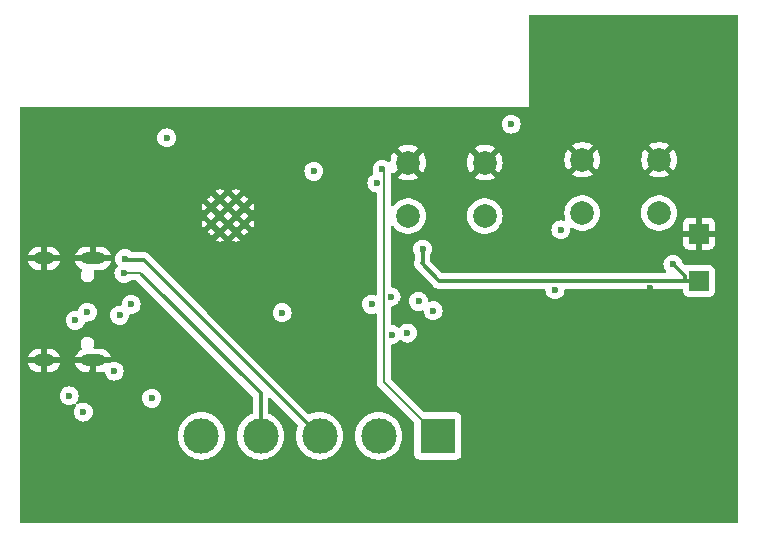
<source format=gbr>
%TF.GenerationSoftware,KiCad,Pcbnew,8.0.5*%
%TF.CreationDate,2024-11-06T17:44:16-08:00*%
%TF.ProjectId,PCB Board and Schematic,50434220-426f-4617-9264-20616e642053,rev?*%
%TF.SameCoordinates,Original*%
%TF.FileFunction,Copper,L2,Inr*%
%TF.FilePolarity,Positive*%
%FSLAX46Y46*%
G04 Gerber Fmt 4.6, Leading zero omitted, Abs format (unit mm)*
G04 Created by KiCad (PCBNEW 8.0.5) date 2024-11-06 17:44:16*
%MOMM*%
%LPD*%
G01*
G04 APERTURE LIST*
%TA.AperFunction,ComponentPad*%
%ADD10R,3.000000X3.000000*%
%TD*%
%TA.AperFunction,ComponentPad*%
%ADD11C,3.000000*%
%TD*%
%TA.AperFunction,ComponentPad*%
%ADD12C,2.000000*%
%TD*%
%TA.AperFunction,ComponentPad*%
%ADD13R,1.700000X1.700000*%
%TD*%
%TA.AperFunction,ComponentPad*%
%ADD14O,2.100000X1.000000*%
%TD*%
%TA.AperFunction,ComponentPad*%
%ADD15O,1.800000X1.000000*%
%TD*%
%TA.AperFunction,HeatsinkPad*%
%ADD16C,0.600000*%
%TD*%
%TA.AperFunction,ViaPad*%
%ADD17C,0.600000*%
%TD*%
%TA.AperFunction,Conductor*%
%ADD18C,0.300000*%
%TD*%
%TA.AperFunction,Conductor*%
%ADD19C,0.200000*%
%TD*%
G04 APERTURE END LIST*
D10*
%TO.N,17*%
%TO.C,J4*%
X136007500Y-78132500D03*
D11*
%TO.N,18*%
X131007500Y-78132500D03*
%TO.N,19*%
X126007500Y-78132500D03*
%TO.N,20*%
X121007500Y-78132500D03*
%TO.N,21*%
X116007500Y-78132500D03*
%TD*%
D12*
%TO.N,VBat-*%
%TO.C,SW1*%
X133500000Y-55000000D03*
X140000000Y-55000000D03*
%TO.N,GIPOO*%
X133500000Y-59500000D03*
X140000000Y-59500000D03*
%TD*%
D13*
%TO.N,VBat+*%
%TO.C,J2*%
X158125000Y-65000000D03*
%TD*%
D12*
%TO.N,VBat-*%
%TO.C,SW3*%
X148250000Y-54750000D03*
X154750000Y-54750000D03*
%TO.N,CHIP_UP*%
X148250000Y-59250000D03*
X154750000Y-59250000D03*
%TD*%
D13*
%TO.N,VBat-*%
%TO.C,J3*%
X158125000Y-61000000D03*
%TD*%
D14*
%TO.N,VBat-*%
%TO.C,J1*%
X106850000Y-63095000D03*
D15*
X102670000Y-63095000D03*
D14*
X106850000Y-71735000D03*
D15*
X102670000Y-71735000D03*
%TD*%
D16*
%TO.N,VBat-*%
%TO.C,U1*%
X116850000Y-58770000D03*
X116850000Y-60170000D03*
X117550000Y-58070000D03*
X117550000Y-59470000D03*
X117550000Y-60870000D03*
X118250000Y-58770000D03*
X118250000Y-60170000D03*
X118950000Y-58070000D03*
X118950000Y-59470000D03*
X118950000Y-60870000D03*
X119650000Y-58770000D03*
X119650000Y-60170000D03*
%TD*%
D17*
%TO.N,VBat-*%
X132941573Y-66970320D03*
X106780000Y-72820000D03*
X153950000Y-65610000D03*
X145680000Y-56700000D03*
X105850000Y-57200000D03*
X153500000Y-55950000D03*
X108250000Y-75600000D03*
X104700000Y-78150000D03*
X153990000Y-67590000D03*
X106850000Y-61580000D03*
X102590000Y-61580000D03*
X102724265Y-76125735D03*
X154140000Y-71110000D03*
X156270000Y-60950000D03*
X105990000Y-73720000D03*
X149450000Y-53500000D03*
X102670000Y-70770000D03*
X158660000Y-54820000D03*
X154070000Y-69400000D03*
X130020000Y-51730000D03*
X134780000Y-53690000D03*
X148280000Y-71970000D03*
X105320000Y-51220000D03*
X105490000Y-53730000D03*
X132771614Y-68600000D03*
X153870000Y-63770000D03*
X142840000Y-60860000D03*
X141700000Y-56500000D03*
%TO.N,CHIP_UP*%
X146440000Y-60680000D03*
X125530000Y-55730000D03*
%TO.N,VCC_3V3*%
X113060000Y-52900000D03*
X142230000Y-51730000D03*
%TO.N,VCC_5V*%
X145940000Y-65750000D03*
X108620000Y-72650000D03*
X135620000Y-67520000D03*
X130407500Y-66990000D03*
%TO.N,VBat+*%
X155930000Y-63590000D03*
X134730000Y-62320000D03*
%TO.N,D+*%
X105330000Y-68340000D03*
X104799999Y-74738259D03*
X106341865Y-67656607D03*
%TO.N,D-*%
X110054265Y-66995735D03*
X109070000Y-67920000D03*
%TO.N,CC2*%
X111800000Y-74940000D03*
X106010000Y-76110000D03*
%TO.N,Net-(U3-STAT)*%
X134390000Y-66730000D03*
X133450000Y-69420000D03*
%TO.N,Net-(U3-PROG)*%
X132060000Y-66360000D03*
X132100000Y-69560000D03*
%TO.N,17*%
X131310000Y-55540000D03*
%TO.N,20*%
X109450000Y-64370000D03*
%TO.N,21*%
X122840000Y-67700000D03*
%TO.N,19*%
X109510000Y-63130000D03*
%TO.N,18*%
X130860000Y-56720000D03*
%TD*%
D18*
%TO.N,VBat+*%
X134730000Y-63420000D02*
X134730000Y-62320000D01*
X136130000Y-65000000D02*
X134640000Y-63510000D01*
X156960000Y-65000000D02*
X136130000Y-65000000D01*
X158125000Y-65000000D02*
X156960000Y-65000000D01*
X134640000Y-63510000D02*
X134730000Y-63420000D01*
X156960000Y-64620000D02*
X155930000Y-63590000D01*
X156960000Y-65000000D02*
X156960000Y-64620000D01*
D19*
%TO.N,17*%
X131460000Y-55690000D02*
X131310000Y-55540000D01*
X131460000Y-73585000D02*
X131460000Y-55690000D01*
X136007500Y-78132500D02*
X131460000Y-73585000D01*
D18*
%TO.N,20*%
X121007500Y-78132500D02*
X121007500Y-74527500D01*
D19*
X109450000Y-64370000D02*
X110850000Y-64370000D01*
X110850000Y-64370000D02*
X110980000Y-64500000D01*
D18*
X121007500Y-74527500D02*
X110980000Y-64500000D01*
%TO.N,19*%
X111130000Y-63210000D02*
X109590000Y-63210000D01*
X126007500Y-78132500D02*
X111130000Y-63255000D01*
X109590000Y-63210000D02*
X109510000Y-63130000D01*
X111130000Y-63255000D02*
X111130000Y-63210000D01*
%TD*%
%TA.AperFunction,Conductor*%
%TO.N,VBat-*%
G36*
X161372930Y-42480365D02*
G01*
X161418702Y-42533154D01*
X161429924Y-42584618D01*
X161459074Y-85385718D01*
X161439435Y-85452770D01*
X161386662Y-85498561D01*
X161335134Y-85509802D01*
X100754560Y-85539196D01*
X100687511Y-85519544D01*
X100641731Y-85466762D01*
X100630500Y-85415196D01*
X100630500Y-78132498D01*
X114001890Y-78132498D01*
X114001890Y-78132501D01*
X114022304Y-78417933D01*
X114083128Y-78697537D01*
X114183135Y-78965666D01*
X114320270Y-79216809D01*
X114320275Y-79216817D01*
X114491754Y-79445887D01*
X114491770Y-79445905D01*
X114694094Y-79648229D01*
X114694112Y-79648245D01*
X114923182Y-79819724D01*
X114923190Y-79819729D01*
X115174333Y-79956864D01*
X115174332Y-79956864D01*
X115174336Y-79956865D01*
X115174339Y-79956867D01*
X115442454Y-80056869D01*
X115442460Y-80056870D01*
X115442462Y-80056871D01*
X115722066Y-80117695D01*
X115722068Y-80117695D01*
X115722072Y-80117696D01*
X115975720Y-80135837D01*
X116007499Y-80138110D01*
X116007500Y-80138110D01*
X116007501Y-80138110D01*
X116036095Y-80136064D01*
X116292928Y-80117696D01*
X116483242Y-80076296D01*
X116572537Y-80056871D01*
X116572537Y-80056870D01*
X116572546Y-80056869D01*
X116840661Y-79956867D01*
X117091815Y-79819726D01*
X117320895Y-79648239D01*
X117523239Y-79445895D01*
X117694726Y-79216815D01*
X117831867Y-78965661D01*
X117931869Y-78697546D01*
X117992696Y-78417928D01*
X118013110Y-78132500D01*
X117992696Y-77847072D01*
X117931869Y-77567454D01*
X117831867Y-77299339D01*
X117694726Y-77048185D01*
X117617420Y-76944916D01*
X117523245Y-76819112D01*
X117523229Y-76819094D01*
X117320905Y-76616770D01*
X117320887Y-76616754D01*
X117091817Y-76445275D01*
X117091809Y-76445270D01*
X116840666Y-76308135D01*
X116840667Y-76308135D01*
X116729580Y-76266702D01*
X116572546Y-76208131D01*
X116572543Y-76208130D01*
X116572537Y-76208128D01*
X116292933Y-76147304D01*
X116007501Y-76126890D01*
X116007499Y-76126890D01*
X115722066Y-76147304D01*
X115442462Y-76208128D01*
X115174333Y-76308135D01*
X114923190Y-76445270D01*
X114923182Y-76445275D01*
X114694112Y-76616754D01*
X114694094Y-76616770D01*
X114491770Y-76819094D01*
X114491754Y-76819112D01*
X114320275Y-77048182D01*
X114320270Y-77048190D01*
X114183135Y-77299333D01*
X114083128Y-77567462D01*
X114022304Y-77847066D01*
X114001890Y-78132498D01*
X100630500Y-78132498D01*
X100630500Y-74738255D01*
X103994434Y-74738255D01*
X103994434Y-74738262D01*
X104014629Y-74917508D01*
X104014630Y-74917513D01*
X104074210Y-75087782D01*
X104093986Y-75119255D01*
X104170183Y-75240521D01*
X104297737Y-75368075D01*
X104450477Y-75464048D01*
X104620744Y-75523627D01*
X104620749Y-75523628D01*
X104799995Y-75543824D01*
X104799999Y-75543824D01*
X104800003Y-75543824D01*
X104979248Y-75523628D01*
X104979251Y-75523627D01*
X104979254Y-75523627D01*
X105149521Y-75464048D01*
X105224926Y-75416667D01*
X105292161Y-75397667D01*
X105358997Y-75418034D01*
X105404211Y-75471302D01*
X105413450Y-75540558D01*
X105384500Y-75602275D01*
X105384525Y-75602295D01*
X105384443Y-75602396D01*
X105383779Y-75603814D01*
X105380718Y-75607068D01*
X105380184Y-75607737D01*
X105284211Y-75760476D01*
X105224631Y-75930745D01*
X105224630Y-75930750D01*
X105204435Y-76109996D01*
X105204435Y-76110003D01*
X105224630Y-76289249D01*
X105224631Y-76289254D01*
X105284211Y-76459523D01*
X105325364Y-76525017D01*
X105380184Y-76612262D01*
X105507738Y-76739816D01*
X105598080Y-76796582D01*
X105633936Y-76819112D01*
X105660478Y-76835789D01*
X105830745Y-76895368D01*
X105830750Y-76895369D01*
X106009996Y-76915565D01*
X106010000Y-76915565D01*
X106010004Y-76915565D01*
X106189249Y-76895369D01*
X106189252Y-76895368D01*
X106189255Y-76895368D01*
X106359522Y-76835789D01*
X106512262Y-76739816D01*
X106639816Y-76612262D01*
X106735789Y-76459522D01*
X106795368Y-76289255D01*
X106795369Y-76289249D01*
X106815565Y-76110003D01*
X106815565Y-76109996D01*
X106795369Y-75930750D01*
X106795368Y-75930745D01*
X106735788Y-75760476D01*
X106639815Y-75607737D01*
X106512262Y-75480184D01*
X106359523Y-75384211D01*
X106189254Y-75324631D01*
X106189249Y-75324630D01*
X106010004Y-75304435D01*
X106009996Y-75304435D01*
X105830750Y-75324630D01*
X105830745Y-75324631D01*
X105660476Y-75384211D01*
X105585072Y-75431591D01*
X105517835Y-75450591D01*
X105451000Y-75430223D01*
X105405786Y-75376955D01*
X105396549Y-75307699D01*
X105425497Y-75245982D01*
X105425474Y-75245964D01*
X105425551Y-75245866D01*
X105426220Y-75244442D01*
X105429288Y-75241181D01*
X105429810Y-75240525D01*
X105429815Y-75240521D01*
X105525788Y-75087781D01*
X105577500Y-74939996D01*
X110994435Y-74939996D01*
X110994435Y-74940003D01*
X111014630Y-75119249D01*
X111014631Y-75119254D01*
X111074211Y-75289523D01*
X111162619Y-75430223D01*
X111170184Y-75442262D01*
X111297738Y-75569816D01*
X111450478Y-75665789D01*
X111620745Y-75725368D01*
X111620750Y-75725369D01*
X111799996Y-75745565D01*
X111800000Y-75745565D01*
X111800004Y-75745565D01*
X111979249Y-75725369D01*
X111979252Y-75725368D01*
X111979255Y-75725368D01*
X112149522Y-75665789D01*
X112302262Y-75569816D01*
X112429816Y-75442262D01*
X112525789Y-75289522D01*
X112585368Y-75119255D01*
X112588914Y-75087782D01*
X112605565Y-74940003D01*
X112605565Y-74939996D01*
X112585369Y-74760750D01*
X112585368Y-74760745D01*
X112525788Y-74590476D01*
X112429815Y-74437737D01*
X112302262Y-74310184D01*
X112149523Y-74214211D01*
X111979254Y-74154631D01*
X111979249Y-74154630D01*
X111800004Y-74134435D01*
X111799996Y-74134435D01*
X111620750Y-74154630D01*
X111620745Y-74154631D01*
X111450476Y-74214211D01*
X111297737Y-74310184D01*
X111170184Y-74437737D01*
X111074211Y-74590476D01*
X111014631Y-74760745D01*
X111014630Y-74760750D01*
X110994435Y-74939996D01*
X105577500Y-74939996D01*
X105585367Y-74917514D01*
X105585368Y-74917508D01*
X105605564Y-74738262D01*
X105605564Y-74738255D01*
X105585368Y-74559009D01*
X105585367Y-74559004D01*
X105525787Y-74388735D01*
X105429814Y-74235996D01*
X105302261Y-74108443D01*
X105149522Y-74012470D01*
X104979253Y-73952890D01*
X104979248Y-73952889D01*
X104800003Y-73932694D01*
X104799995Y-73932694D01*
X104620749Y-73952889D01*
X104620744Y-73952890D01*
X104450475Y-74012470D01*
X104297736Y-74108443D01*
X104170183Y-74235996D01*
X104074210Y-74388735D01*
X104014630Y-74559004D01*
X104014629Y-74559009D01*
X103994434Y-74738255D01*
X100630500Y-74738255D01*
X100630500Y-71485000D01*
X101300138Y-71485000D01*
X102103012Y-71485000D01*
X102085795Y-71494940D01*
X102029940Y-71550795D01*
X101990444Y-71619204D01*
X101970000Y-71695504D01*
X101970000Y-71774496D01*
X101990444Y-71850796D01*
X102029940Y-71919205D01*
X102085795Y-71975060D01*
X102103012Y-71985000D01*
X101300138Y-71985000D01*
X101308430Y-72026690D01*
X101308430Y-72026692D01*
X101383807Y-72208671D01*
X101383814Y-72208684D01*
X101493248Y-72372462D01*
X101493251Y-72372466D01*
X101632533Y-72511748D01*
X101632537Y-72511751D01*
X101796315Y-72621185D01*
X101796328Y-72621192D01*
X101978306Y-72696569D01*
X101978318Y-72696572D01*
X102171504Y-72734999D01*
X102171508Y-72735000D01*
X102420000Y-72735000D01*
X102420000Y-72035000D01*
X102920000Y-72035000D01*
X102920000Y-72735000D01*
X103168492Y-72735000D01*
X103168495Y-72734999D01*
X103361681Y-72696572D01*
X103361693Y-72696569D01*
X103543671Y-72621192D01*
X103543684Y-72621185D01*
X103707462Y-72511751D01*
X103707466Y-72511748D01*
X103846748Y-72372466D01*
X103846751Y-72372462D01*
X103956185Y-72208684D01*
X103956192Y-72208671D01*
X104031569Y-72026692D01*
X104031569Y-72026690D01*
X104039862Y-71985000D01*
X103236988Y-71985000D01*
X103254205Y-71975060D01*
X103310060Y-71919205D01*
X103349556Y-71850796D01*
X103370000Y-71774496D01*
X103370000Y-71695504D01*
X103349556Y-71619204D01*
X103310060Y-71550795D01*
X103254205Y-71494940D01*
X103236988Y-71485000D01*
X104039862Y-71485000D01*
X105330138Y-71485000D01*
X106133012Y-71485000D01*
X106115795Y-71494940D01*
X106059940Y-71550795D01*
X106020444Y-71619204D01*
X106000000Y-71695504D01*
X106000000Y-71774496D01*
X106020444Y-71850796D01*
X106059940Y-71919205D01*
X106115795Y-71975060D01*
X106133012Y-71985000D01*
X105330138Y-71985000D01*
X105338430Y-72026690D01*
X105338430Y-72026692D01*
X105413807Y-72208671D01*
X105413814Y-72208684D01*
X105523248Y-72372462D01*
X105523251Y-72372466D01*
X105662533Y-72511748D01*
X105662537Y-72511751D01*
X105826315Y-72621185D01*
X105826328Y-72621192D01*
X106008306Y-72696569D01*
X106008318Y-72696572D01*
X106201504Y-72734999D01*
X106201508Y-72735000D01*
X106600000Y-72735000D01*
X106600000Y-72035000D01*
X107100000Y-72035000D01*
X107100000Y-72735000D01*
X107498492Y-72735000D01*
X107498494Y-72734999D01*
X107684568Y-72697987D01*
X107754159Y-72704214D01*
X107809336Y-72747077D01*
X107831979Y-72805718D01*
X107834631Y-72829251D01*
X107834631Y-72829254D01*
X107894211Y-72999523D01*
X107990184Y-73152262D01*
X108117738Y-73279816D01*
X108270478Y-73375789D01*
X108440745Y-73435368D01*
X108440750Y-73435369D01*
X108619996Y-73455565D01*
X108620000Y-73455565D01*
X108620004Y-73455565D01*
X108799249Y-73435369D01*
X108799252Y-73435368D01*
X108799255Y-73435368D01*
X108969522Y-73375789D01*
X109122262Y-73279816D01*
X109249816Y-73152262D01*
X109345789Y-72999522D01*
X109405368Y-72829255D01*
X109405368Y-72829252D01*
X109405369Y-72829249D01*
X109425565Y-72650003D01*
X109425565Y-72649996D01*
X109405369Y-72470750D01*
X109405368Y-72470745D01*
X109345788Y-72300476D01*
X109249815Y-72147737D01*
X109122262Y-72020184D01*
X108969523Y-71924211D01*
X108799254Y-71864631D01*
X108799249Y-71864630D01*
X108620004Y-71844435D01*
X108619996Y-71844435D01*
X108440750Y-71864630D01*
X108440745Y-71864631D01*
X108270473Y-71924212D01*
X108203981Y-71965993D01*
X108138009Y-71985000D01*
X107566988Y-71985000D01*
X107584205Y-71975060D01*
X107640060Y-71919205D01*
X107679556Y-71850796D01*
X107700000Y-71774496D01*
X107700000Y-71695504D01*
X107679556Y-71619204D01*
X107640060Y-71550795D01*
X107584205Y-71494940D01*
X107566988Y-71485000D01*
X108369862Y-71485000D01*
X108361569Y-71443309D01*
X108361569Y-71443307D01*
X108286192Y-71261328D01*
X108286185Y-71261315D01*
X108176751Y-71097537D01*
X108176748Y-71097533D01*
X108037466Y-70958251D01*
X108037462Y-70958248D01*
X107873684Y-70848814D01*
X107873671Y-70848807D01*
X107691693Y-70773430D01*
X107691681Y-70773427D01*
X107498495Y-70735000D01*
X106981045Y-70735000D01*
X106914006Y-70715315D01*
X106868251Y-70662511D01*
X106858307Y-70593353D01*
X106873658Y-70549000D01*
X106886279Y-70527138D01*
X106886281Y-70527135D01*
X106925500Y-70380766D01*
X106925500Y-70229234D01*
X106886281Y-70082865D01*
X106810515Y-69951635D01*
X106703365Y-69844485D01*
X106637750Y-69806602D01*
X106572136Y-69768719D01*
X106498950Y-69749109D01*
X106425766Y-69729500D01*
X106274234Y-69729500D01*
X106127863Y-69768719D01*
X105996635Y-69844485D01*
X105996632Y-69844487D01*
X105889487Y-69951632D01*
X105889485Y-69951635D01*
X105813719Y-70082863D01*
X105775483Y-70225565D01*
X105774500Y-70229234D01*
X105774500Y-70380766D01*
X105794109Y-70453950D01*
X105813719Y-70527136D01*
X105851950Y-70593353D01*
X105889485Y-70658365D01*
X105889486Y-70658366D01*
X105893549Y-70665403D01*
X105891346Y-70666674D01*
X105911959Y-70719983D01*
X105897923Y-70788428D01*
X105849112Y-70838420D01*
X105835845Y-70844866D01*
X105826324Y-70848809D01*
X105826315Y-70848814D01*
X105662537Y-70958248D01*
X105662533Y-70958251D01*
X105523251Y-71097533D01*
X105523248Y-71097537D01*
X105413814Y-71261315D01*
X105413807Y-71261328D01*
X105338430Y-71443307D01*
X105338430Y-71443309D01*
X105330138Y-71485000D01*
X104039862Y-71485000D01*
X104031569Y-71443309D01*
X104031569Y-71443307D01*
X103956192Y-71261328D01*
X103956185Y-71261315D01*
X103846751Y-71097537D01*
X103846748Y-71097533D01*
X103707466Y-70958251D01*
X103707462Y-70958248D01*
X103543684Y-70848814D01*
X103543671Y-70848807D01*
X103361693Y-70773430D01*
X103361681Y-70773427D01*
X103168495Y-70735000D01*
X102920000Y-70735000D01*
X102920000Y-71435000D01*
X102420000Y-71435000D01*
X102420000Y-70735000D01*
X102171504Y-70735000D01*
X101978318Y-70773427D01*
X101978306Y-70773430D01*
X101796328Y-70848807D01*
X101796315Y-70848814D01*
X101632537Y-70958248D01*
X101632533Y-70958251D01*
X101493251Y-71097533D01*
X101493248Y-71097537D01*
X101383814Y-71261315D01*
X101383807Y-71261328D01*
X101308430Y-71443307D01*
X101308430Y-71443309D01*
X101300138Y-71485000D01*
X100630500Y-71485000D01*
X100630500Y-68339996D01*
X104524435Y-68339996D01*
X104524435Y-68340003D01*
X104544630Y-68519249D01*
X104544631Y-68519254D01*
X104604211Y-68689523D01*
X104657689Y-68774632D01*
X104700184Y-68842262D01*
X104827738Y-68969816D01*
X104980478Y-69065789D01*
X105150745Y-69125368D01*
X105150750Y-69125369D01*
X105329996Y-69145565D01*
X105330000Y-69145565D01*
X105330004Y-69145565D01*
X105509249Y-69125369D01*
X105509252Y-69125368D01*
X105509255Y-69125368D01*
X105679522Y-69065789D01*
X105832262Y-68969816D01*
X105959816Y-68842262D01*
X106055789Y-68689522D01*
X106110515Y-68533121D01*
X106151237Y-68476347D01*
X106216189Y-68450599D01*
X106241441Y-68450857D01*
X106341862Y-68462172D01*
X106341865Y-68462172D01*
X106341869Y-68462172D01*
X106521114Y-68441976D01*
X106521117Y-68441975D01*
X106521120Y-68441975D01*
X106691387Y-68382396D01*
X106844127Y-68286423D01*
X106971681Y-68158869D01*
X107067654Y-68006129D01*
X107097793Y-67919996D01*
X108264435Y-67919996D01*
X108264435Y-67920003D01*
X108284630Y-68099249D01*
X108284631Y-68099254D01*
X108344211Y-68269523D01*
X108440184Y-68422262D01*
X108567738Y-68549816D01*
X108658080Y-68606582D01*
X108709945Y-68639171D01*
X108720478Y-68645789D01*
X108845457Y-68689521D01*
X108890745Y-68705368D01*
X108890750Y-68705369D01*
X109069996Y-68725565D01*
X109070000Y-68725565D01*
X109070004Y-68725565D01*
X109249249Y-68705369D01*
X109249252Y-68705368D01*
X109249255Y-68705368D01*
X109419522Y-68645789D01*
X109572262Y-68549816D01*
X109699816Y-68422262D01*
X109795789Y-68269522D01*
X109855368Y-68099255D01*
X109860972Y-68049523D01*
X109875565Y-67920002D01*
X109875565Y-67919921D01*
X109875579Y-67919870D01*
X109876345Y-67913080D01*
X109877534Y-67913214D01*
X109895250Y-67852882D01*
X109948054Y-67807127D01*
X110013448Y-67796701D01*
X110043031Y-67800034D01*
X110054264Y-67801300D01*
X110054265Y-67801300D01*
X110054269Y-67801300D01*
X110233514Y-67781104D01*
X110233517Y-67781103D01*
X110233520Y-67781103D01*
X110403787Y-67721524D01*
X110556527Y-67625551D01*
X110684081Y-67497997D01*
X110780054Y-67345257D01*
X110839633Y-67174990D01*
X110839634Y-67174984D01*
X110859830Y-66995738D01*
X110859830Y-66995731D01*
X110839634Y-66816485D01*
X110839633Y-66816480D01*
X110780053Y-66646211D01*
X110723096Y-66555565D01*
X110684081Y-66493473D01*
X110556527Y-66365919D01*
X110521788Y-66344091D01*
X110403788Y-66269946D01*
X110233519Y-66210366D01*
X110233514Y-66210365D01*
X110054269Y-66190170D01*
X110054261Y-66190170D01*
X109875015Y-66210365D01*
X109875010Y-66210366D01*
X109704741Y-66269946D01*
X109552002Y-66365919D01*
X109424449Y-66493472D01*
X109328476Y-66646211D01*
X109268896Y-66816480D01*
X109268895Y-66816485D01*
X109248700Y-66995731D01*
X109248700Y-66995813D01*
X109248685Y-66995863D01*
X109247920Y-67002654D01*
X109246730Y-67002519D01*
X109229015Y-67062852D01*
X109176211Y-67108607D01*
X109110818Y-67119033D01*
X109070005Y-67114435D01*
X109069996Y-67114435D01*
X108890750Y-67134630D01*
X108890745Y-67134631D01*
X108720476Y-67194211D01*
X108567737Y-67290184D01*
X108440184Y-67417737D01*
X108344211Y-67570476D01*
X108284631Y-67740745D01*
X108284630Y-67740750D01*
X108264435Y-67919996D01*
X107097793Y-67919996D01*
X107127233Y-67835862D01*
X107127234Y-67835856D01*
X107147430Y-67656610D01*
X107147430Y-67656603D01*
X107127234Y-67477357D01*
X107127233Y-67477352D01*
X107079432Y-67340745D01*
X107067654Y-67307085D01*
X107057034Y-67290184D01*
X107028447Y-67244687D01*
X106971681Y-67154345D01*
X106844127Y-67026791D01*
X106805713Y-67002654D01*
X106691388Y-66930818D01*
X106521119Y-66871238D01*
X106521114Y-66871237D01*
X106341869Y-66851042D01*
X106341861Y-66851042D01*
X106162615Y-66871237D01*
X106162610Y-66871238D01*
X105992341Y-66930818D01*
X105839602Y-67026791D01*
X105712049Y-67154344D01*
X105616075Y-67307085D01*
X105561350Y-67463483D01*
X105520628Y-67520259D01*
X105455675Y-67546007D01*
X105430425Y-67545749D01*
X105330004Y-67534435D01*
X105329996Y-67534435D01*
X105150750Y-67554630D01*
X105150745Y-67554631D01*
X104980476Y-67614211D01*
X104827737Y-67710184D01*
X104700184Y-67837737D01*
X104604211Y-67990476D01*
X104544631Y-68160745D01*
X104544630Y-68160750D01*
X104524435Y-68339996D01*
X100630500Y-68339996D01*
X100630500Y-62845000D01*
X101300138Y-62845000D01*
X102103012Y-62845000D01*
X102085795Y-62854940D01*
X102029940Y-62910795D01*
X101990444Y-62979204D01*
X101970000Y-63055504D01*
X101970000Y-63134496D01*
X101990444Y-63210796D01*
X102029940Y-63279205D01*
X102085795Y-63335060D01*
X102103012Y-63345000D01*
X101300138Y-63345000D01*
X101308430Y-63386690D01*
X101308430Y-63386692D01*
X101383807Y-63568671D01*
X101383814Y-63568684D01*
X101493248Y-63732462D01*
X101493251Y-63732466D01*
X101632533Y-63871748D01*
X101632537Y-63871751D01*
X101796315Y-63981185D01*
X101796328Y-63981192D01*
X101978306Y-64056569D01*
X101978318Y-64056572D01*
X102171504Y-64094999D01*
X102171508Y-64095000D01*
X102420000Y-64095000D01*
X102420000Y-63395000D01*
X102920000Y-63395000D01*
X102920000Y-64095000D01*
X103168492Y-64095000D01*
X103168495Y-64094999D01*
X103361681Y-64056572D01*
X103361693Y-64056569D01*
X103543671Y-63981192D01*
X103543684Y-63981185D01*
X103707462Y-63871751D01*
X103707466Y-63871748D01*
X103846748Y-63732466D01*
X103846751Y-63732462D01*
X103956185Y-63568684D01*
X103956192Y-63568671D01*
X104031569Y-63386692D01*
X104031569Y-63386690D01*
X104039862Y-63345000D01*
X103236988Y-63345000D01*
X103254205Y-63335060D01*
X103310060Y-63279205D01*
X103349556Y-63210796D01*
X103370000Y-63134496D01*
X103370000Y-63055504D01*
X103349556Y-62979204D01*
X103310060Y-62910795D01*
X103254205Y-62854940D01*
X103236988Y-62845000D01*
X104039862Y-62845000D01*
X105330138Y-62845000D01*
X106133012Y-62845000D01*
X106115795Y-62854940D01*
X106059940Y-62910795D01*
X106020444Y-62979204D01*
X106000000Y-63055504D01*
X106000000Y-63134496D01*
X106020444Y-63210796D01*
X106059940Y-63279205D01*
X106115795Y-63335060D01*
X106133012Y-63345000D01*
X105330138Y-63345000D01*
X105338430Y-63386690D01*
X105338430Y-63386692D01*
X105413807Y-63568671D01*
X105413814Y-63568684D01*
X105523248Y-63732462D01*
X105523251Y-63732466D01*
X105662533Y-63871748D01*
X105662537Y-63871751D01*
X105826315Y-63981185D01*
X105826328Y-63981192D01*
X105835838Y-63985131D01*
X105890243Y-64028970D01*
X105912310Y-64095264D01*
X105895033Y-64162963D01*
X105891350Y-64168405D01*
X105813719Y-64302863D01*
X105774500Y-64449234D01*
X105774500Y-64600765D01*
X105813719Y-64747136D01*
X105851602Y-64812750D01*
X105889485Y-64878365D01*
X105996635Y-64985515D01*
X106127865Y-65061281D01*
X106274234Y-65100500D01*
X106274236Y-65100500D01*
X106425764Y-65100500D01*
X106425766Y-65100500D01*
X106572135Y-65061281D01*
X106703365Y-64985515D01*
X106810515Y-64878365D01*
X106886281Y-64747135D01*
X106925500Y-64600766D01*
X106925500Y-64449234D01*
X106904268Y-64369996D01*
X108644435Y-64369996D01*
X108644435Y-64370003D01*
X108664630Y-64549249D01*
X108664631Y-64549254D01*
X108724211Y-64719523D01*
X108741561Y-64747135D01*
X108820184Y-64872262D01*
X108947738Y-64999816D01*
X109100478Y-65095789D01*
X109270745Y-65155368D01*
X109270750Y-65155369D01*
X109449996Y-65175565D01*
X109450000Y-65175565D01*
X109450004Y-65175565D01*
X109629249Y-65155369D01*
X109629252Y-65155368D01*
X109629255Y-65155368D01*
X109799522Y-65095789D01*
X109952262Y-64999816D01*
X109952267Y-64999810D01*
X109955097Y-64997555D01*
X109957275Y-64996665D01*
X109958158Y-64996111D01*
X109958255Y-64996265D01*
X110019783Y-64971145D01*
X110032412Y-64970500D01*
X110479192Y-64970500D01*
X110546231Y-64990185D01*
X110566873Y-65006819D01*
X120320681Y-74760627D01*
X120354166Y-74821950D01*
X120357000Y-74848308D01*
X120357000Y-76153908D01*
X120337315Y-76220947D01*
X120284511Y-76266702D01*
X120276335Y-76270089D01*
X120174347Y-76308129D01*
X120174338Y-76308133D01*
X119923190Y-76445270D01*
X119923182Y-76445275D01*
X119694112Y-76616754D01*
X119694094Y-76616770D01*
X119491770Y-76819094D01*
X119491754Y-76819112D01*
X119320275Y-77048182D01*
X119320270Y-77048190D01*
X119183135Y-77299333D01*
X119083128Y-77567462D01*
X119022304Y-77847066D01*
X119001890Y-78132498D01*
X119001890Y-78132501D01*
X119022304Y-78417933D01*
X119083128Y-78697537D01*
X119183135Y-78965666D01*
X119320270Y-79216809D01*
X119320275Y-79216817D01*
X119491754Y-79445887D01*
X119491770Y-79445905D01*
X119694094Y-79648229D01*
X119694112Y-79648245D01*
X119923182Y-79819724D01*
X119923190Y-79819729D01*
X120174333Y-79956864D01*
X120174332Y-79956864D01*
X120174336Y-79956865D01*
X120174339Y-79956867D01*
X120442454Y-80056869D01*
X120442460Y-80056870D01*
X120442462Y-80056871D01*
X120722066Y-80117695D01*
X120722068Y-80117695D01*
X120722072Y-80117696D01*
X120975720Y-80135837D01*
X121007499Y-80138110D01*
X121007500Y-80138110D01*
X121007501Y-80138110D01*
X121036095Y-80136064D01*
X121292928Y-80117696D01*
X121483242Y-80076296D01*
X121572537Y-80056871D01*
X121572537Y-80056870D01*
X121572546Y-80056869D01*
X121840661Y-79956867D01*
X122091815Y-79819726D01*
X122320895Y-79648239D01*
X122523239Y-79445895D01*
X122694726Y-79216815D01*
X122831867Y-78965661D01*
X122931869Y-78697546D01*
X122992696Y-78417928D01*
X123013110Y-78132500D01*
X122992696Y-77847072D01*
X122931869Y-77567454D01*
X122831867Y-77299339D01*
X122694726Y-77048185D01*
X122617420Y-76944916D01*
X122523245Y-76819112D01*
X122523229Y-76819094D01*
X122320905Y-76616770D01*
X122320887Y-76616754D01*
X122091817Y-76445275D01*
X122091809Y-76445270D01*
X121840661Y-76308133D01*
X121840652Y-76308129D01*
X121738665Y-76270089D01*
X121682732Y-76228217D01*
X121658316Y-76162753D01*
X121658000Y-76153908D01*
X121658000Y-75002308D01*
X121677685Y-74935269D01*
X121730489Y-74889514D01*
X121799647Y-74879570D01*
X121863203Y-74908595D01*
X121869681Y-74914627D01*
X124146141Y-77191087D01*
X124179626Y-77252410D01*
X124174642Y-77322101D01*
X124083129Y-77567460D01*
X124022304Y-77847066D01*
X124001890Y-78132498D01*
X124001890Y-78132501D01*
X124022304Y-78417933D01*
X124083128Y-78697537D01*
X124183135Y-78965666D01*
X124320270Y-79216809D01*
X124320275Y-79216817D01*
X124491754Y-79445887D01*
X124491770Y-79445905D01*
X124694094Y-79648229D01*
X124694112Y-79648245D01*
X124923182Y-79819724D01*
X124923190Y-79819729D01*
X125174333Y-79956864D01*
X125174332Y-79956864D01*
X125174336Y-79956865D01*
X125174339Y-79956867D01*
X125442454Y-80056869D01*
X125442460Y-80056870D01*
X125442462Y-80056871D01*
X125722066Y-80117695D01*
X125722068Y-80117695D01*
X125722072Y-80117696D01*
X125975720Y-80135837D01*
X126007499Y-80138110D01*
X126007500Y-80138110D01*
X126007501Y-80138110D01*
X126036095Y-80136064D01*
X126292928Y-80117696D01*
X126483242Y-80076296D01*
X126572537Y-80056871D01*
X126572537Y-80056870D01*
X126572546Y-80056869D01*
X126840661Y-79956867D01*
X127091815Y-79819726D01*
X127320895Y-79648239D01*
X127523239Y-79445895D01*
X127694726Y-79216815D01*
X127831867Y-78965661D01*
X127931869Y-78697546D01*
X127992696Y-78417928D01*
X128013110Y-78132500D01*
X128013110Y-78132498D01*
X129001890Y-78132498D01*
X129001890Y-78132501D01*
X129022304Y-78417933D01*
X129083128Y-78697537D01*
X129183135Y-78965666D01*
X129320270Y-79216809D01*
X129320275Y-79216817D01*
X129491754Y-79445887D01*
X129491770Y-79445905D01*
X129694094Y-79648229D01*
X129694112Y-79648245D01*
X129923182Y-79819724D01*
X129923190Y-79819729D01*
X130174333Y-79956864D01*
X130174332Y-79956864D01*
X130174336Y-79956865D01*
X130174339Y-79956867D01*
X130442454Y-80056869D01*
X130442460Y-80056870D01*
X130442462Y-80056871D01*
X130722066Y-80117695D01*
X130722068Y-80117695D01*
X130722072Y-80117696D01*
X130975720Y-80135837D01*
X131007499Y-80138110D01*
X131007500Y-80138110D01*
X131007501Y-80138110D01*
X131036095Y-80136064D01*
X131292928Y-80117696D01*
X131483242Y-80076296D01*
X131572537Y-80056871D01*
X131572537Y-80056870D01*
X131572546Y-80056869D01*
X131840661Y-79956867D01*
X132091815Y-79819726D01*
X132320895Y-79648239D01*
X132523239Y-79445895D01*
X132694726Y-79216815D01*
X132831867Y-78965661D01*
X132931869Y-78697546D01*
X132992696Y-78417928D01*
X133013110Y-78132500D01*
X132992696Y-77847072D01*
X132931869Y-77567454D01*
X132831867Y-77299339D01*
X132694726Y-77048185D01*
X132617420Y-76944916D01*
X132523245Y-76819112D01*
X132523229Y-76819094D01*
X132320905Y-76616770D01*
X132320887Y-76616754D01*
X132091817Y-76445275D01*
X132091809Y-76445270D01*
X131840666Y-76308135D01*
X131840667Y-76308135D01*
X131729580Y-76266702D01*
X131572546Y-76208131D01*
X131572543Y-76208130D01*
X131572537Y-76208128D01*
X131292933Y-76147304D01*
X131007501Y-76126890D01*
X131007499Y-76126890D01*
X130722066Y-76147304D01*
X130442462Y-76208128D01*
X130174333Y-76308135D01*
X129923190Y-76445270D01*
X129923182Y-76445275D01*
X129694112Y-76616754D01*
X129694094Y-76616770D01*
X129491770Y-76819094D01*
X129491754Y-76819112D01*
X129320275Y-77048182D01*
X129320270Y-77048190D01*
X129183135Y-77299333D01*
X129083128Y-77567462D01*
X129022304Y-77847066D01*
X129001890Y-78132498D01*
X128013110Y-78132498D01*
X127992696Y-77847072D01*
X127931869Y-77567454D01*
X127831867Y-77299339D01*
X127694726Y-77048185D01*
X127617420Y-76944916D01*
X127523245Y-76819112D01*
X127523229Y-76819094D01*
X127320905Y-76616770D01*
X127320887Y-76616754D01*
X127091817Y-76445275D01*
X127091809Y-76445270D01*
X126840666Y-76308135D01*
X126840667Y-76308135D01*
X126729580Y-76266702D01*
X126572546Y-76208131D01*
X126572543Y-76208130D01*
X126572537Y-76208128D01*
X126292933Y-76147304D01*
X126007501Y-76126890D01*
X126007499Y-76126890D01*
X125722066Y-76147304D01*
X125442460Y-76208129D01*
X125442455Y-76208130D01*
X125442454Y-76208131D01*
X125408093Y-76220947D01*
X125197101Y-76299642D01*
X125127409Y-76304626D01*
X125066087Y-76271141D01*
X116494942Y-67699996D01*
X122034435Y-67699996D01*
X122034435Y-67700003D01*
X122054630Y-67879249D01*
X122054631Y-67879254D01*
X122114211Y-68049523D01*
X122145460Y-68099255D01*
X122210184Y-68202262D01*
X122337738Y-68329816D01*
X122353946Y-68340000D01*
X122484864Y-68422262D01*
X122490478Y-68425789D01*
X122660745Y-68485368D01*
X122660750Y-68485369D01*
X122839996Y-68505565D01*
X122840000Y-68505565D01*
X122840004Y-68505565D01*
X123019249Y-68485369D01*
X123019252Y-68485368D01*
X123019255Y-68485368D01*
X123189522Y-68425789D01*
X123342262Y-68329816D01*
X123469816Y-68202262D01*
X123565789Y-68049522D01*
X123625368Y-67879255D01*
X123628136Y-67854692D01*
X123645565Y-67700003D01*
X123645565Y-67699996D01*
X123625369Y-67520750D01*
X123625368Y-67520745D01*
X123623487Y-67515369D01*
X123565789Y-67350478D01*
X123562508Y-67345257D01*
X123491509Y-67232262D01*
X123469816Y-67197738D01*
X123342262Y-67070184D01*
X123258795Y-67017738D01*
X123214644Y-66989996D01*
X129601935Y-66989996D01*
X129601935Y-66990003D01*
X129622130Y-67169249D01*
X129622131Y-67169254D01*
X129681711Y-67339523D01*
X129770482Y-67480800D01*
X129777684Y-67492262D01*
X129905238Y-67619816D01*
X129963795Y-67656610D01*
X130049057Y-67710184D01*
X130057978Y-67715789D01*
X130209523Y-67768817D01*
X130228245Y-67775368D01*
X130228250Y-67775369D01*
X130407496Y-67795565D01*
X130407500Y-67795565D01*
X130407504Y-67795565D01*
X130586749Y-67775369D01*
X130586751Y-67775368D01*
X130586755Y-67775368D01*
X130586758Y-67775366D01*
X130586762Y-67775366D01*
X130694545Y-67737651D01*
X130764324Y-67734089D01*
X130824951Y-67768817D01*
X130857179Y-67830810D01*
X130859500Y-67854692D01*
X130859500Y-73498330D01*
X130859499Y-73498348D01*
X130859499Y-73664054D01*
X130859498Y-73664054D01*
X130900423Y-73816785D01*
X130929358Y-73866900D01*
X130929359Y-73866904D01*
X130929360Y-73866904D01*
X130979479Y-73953714D01*
X130979481Y-73953717D01*
X131098349Y-74072585D01*
X131098355Y-74072590D01*
X133970681Y-76944916D01*
X134004166Y-77006239D01*
X134007000Y-77032597D01*
X134007000Y-79680370D01*
X134007001Y-79680376D01*
X134013408Y-79739983D01*
X134063702Y-79874828D01*
X134063706Y-79874835D01*
X134149952Y-79990044D01*
X134149955Y-79990047D01*
X134265164Y-80076293D01*
X134265171Y-80076297D01*
X134400017Y-80126591D01*
X134400016Y-80126591D01*
X134406944Y-80127335D01*
X134459627Y-80133000D01*
X137555372Y-80132999D01*
X137614983Y-80126591D01*
X137749831Y-80076296D01*
X137865046Y-79990046D01*
X137951296Y-79874831D01*
X138001591Y-79739983D01*
X138008000Y-79680373D01*
X138007999Y-76584628D01*
X138001591Y-76525017D01*
X137977163Y-76459523D01*
X137951297Y-76390171D01*
X137951293Y-76390164D01*
X137865047Y-76274955D01*
X137865044Y-76274952D01*
X137749835Y-76188706D01*
X137749828Y-76188702D01*
X137614982Y-76138408D01*
X137614983Y-76138408D01*
X137555383Y-76132001D01*
X137555381Y-76132000D01*
X137555373Y-76132000D01*
X137555365Y-76132000D01*
X134907597Y-76132000D01*
X134840558Y-76112315D01*
X134819916Y-76095681D01*
X132096819Y-73372584D01*
X132063334Y-73311261D01*
X132060500Y-73284903D01*
X132060500Y-70480828D01*
X132080185Y-70413789D01*
X132132989Y-70368034D01*
X132170615Y-70357608D01*
X132225950Y-70351373D01*
X132279249Y-70345369D01*
X132279252Y-70345368D01*
X132279255Y-70345368D01*
X132449522Y-70285789D01*
X132602262Y-70189816D01*
X132729816Y-70062262D01*
X132735982Y-70052447D01*
X132788312Y-70006157D01*
X132857365Y-69995505D01*
X132921215Y-70023877D01*
X132928658Y-70030736D01*
X132947738Y-70049816D01*
X133100478Y-70145789D01*
X133226297Y-70189815D01*
X133270745Y-70205368D01*
X133270750Y-70205369D01*
X133449996Y-70225565D01*
X133450000Y-70225565D01*
X133450004Y-70225565D01*
X133629249Y-70205369D01*
X133629252Y-70205368D01*
X133629255Y-70205368D01*
X133799522Y-70145789D01*
X133952262Y-70049816D01*
X134079816Y-69922262D01*
X134175789Y-69769522D01*
X134235368Y-69599255D01*
X134255565Y-69420000D01*
X134235368Y-69240745D01*
X134175789Y-69070478D01*
X134168983Y-69059647D01*
X134087636Y-68930184D01*
X134079816Y-68917738D01*
X133952262Y-68790184D01*
X133895368Y-68754435D01*
X133799523Y-68694211D01*
X133629254Y-68634631D01*
X133629249Y-68634630D01*
X133450004Y-68614435D01*
X133449996Y-68614435D01*
X133270750Y-68634630D01*
X133270745Y-68634631D01*
X133100476Y-68694211D01*
X132947737Y-68790184D01*
X132820182Y-68917739D01*
X132820177Y-68917745D01*
X132814010Y-68927560D01*
X132761673Y-68973848D01*
X132692618Y-68984491D01*
X132628772Y-68956112D01*
X132621340Y-68949262D01*
X132602262Y-68930184D01*
X132449523Y-68834211D01*
X132279254Y-68774631D01*
X132279249Y-68774630D01*
X132170617Y-68762391D01*
X132106203Y-68735325D01*
X132066647Y-68677730D01*
X132060500Y-68639171D01*
X132060500Y-67276321D01*
X132080185Y-67209282D01*
X132132989Y-67163527D01*
X132170612Y-67153101D01*
X132239255Y-67145368D01*
X132409522Y-67085789D01*
X132562262Y-66989816D01*
X132689816Y-66862262D01*
X132772924Y-66729996D01*
X133584435Y-66729996D01*
X133584435Y-66730003D01*
X133604630Y-66909249D01*
X133604631Y-66909254D01*
X133664211Y-67079523D01*
X133736275Y-67194211D01*
X133760184Y-67232262D01*
X133887738Y-67359816D01*
X134040478Y-67455789D01*
X134122135Y-67484362D01*
X134210745Y-67515368D01*
X134210750Y-67515369D01*
X134389996Y-67535565D01*
X134390000Y-67535565D01*
X134390004Y-67535565D01*
X134569249Y-67515369D01*
X134569251Y-67515368D01*
X134569255Y-67515368D01*
X134569258Y-67515366D01*
X134569262Y-67515366D01*
X134657867Y-67484362D01*
X134727646Y-67480800D01*
X134788273Y-67515528D01*
X134820501Y-67577522D01*
X134822042Y-67587520D01*
X134834630Y-67699249D01*
X134834631Y-67699254D01*
X134894211Y-67869523D01*
X134970213Y-67990478D01*
X134990184Y-68022262D01*
X135117738Y-68149816D01*
X135270478Y-68245789D01*
X135440745Y-68305368D01*
X135440750Y-68305369D01*
X135619996Y-68325565D01*
X135620000Y-68325565D01*
X135620004Y-68325565D01*
X135799249Y-68305369D01*
X135799252Y-68305368D01*
X135799255Y-68305368D01*
X135969522Y-68245789D01*
X136122262Y-68149816D01*
X136249816Y-68022262D01*
X136345789Y-67869522D01*
X136405368Y-67699255D01*
X136410173Y-67656610D01*
X136425565Y-67520003D01*
X136425565Y-67519996D01*
X136405369Y-67340750D01*
X136405368Y-67340745D01*
X136359367Y-67209282D01*
X136345789Y-67170478D01*
X136341421Y-67163527D01*
X136249815Y-67017737D01*
X136122262Y-66890184D01*
X135969523Y-66794211D01*
X135799254Y-66734631D01*
X135799249Y-66734630D01*
X135620004Y-66714435D01*
X135619996Y-66714435D01*
X135440750Y-66734630D01*
X135440739Y-66734633D01*
X135352130Y-66765638D01*
X135282352Y-66769199D01*
X135221725Y-66734470D01*
X135189498Y-66672476D01*
X135187957Y-66662478D01*
X135186124Y-66646213D01*
X135175368Y-66550745D01*
X135115789Y-66380478D01*
X135115372Y-66379815D01*
X135046337Y-66269946D01*
X135019816Y-66227738D01*
X134892262Y-66100184D01*
X134879759Y-66092328D01*
X134739523Y-66004211D01*
X134569254Y-65944631D01*
X134569249Y-65944630D01*
X134390004Y-65924435D01*
X134389996Y-65924435D01*
X134210750Y-65944630D01*
X134210745Y-65944631D01*
X134040476Y-66004211D01*
X133887737Y-66100184D01*
X133760184Y-66227737D01*
X133664211Y-66380476D01*
X133604631Y-66550745D01*
X133604630Y-66550750D01*
X133584435Y-66729996D01*
X132772924Y-66729996D01*
X132785789Y-66709522D01*
X132845368Y-66539255D01*
X132845806Y-66535368D01*
X132865565Y-66360003D01*
X132865565Y-66359996D01*
X132845369Y-66180750D01*
X132845368Y-66180745D01*
X132814432Y-66092335D01*
X132785789Y-66010478D01*
X132689816Y-65857738D01*
X132562262Y-65730184D01*
X132508182Y-65696203D01*
X132409521Y-65634210D01*
X132239249Y-65574630D01*
X132170616Y-65566897D01*
X132106202Y-65539830D01*
X132066647Y-65482235D01*
X132060500Y-65443677D01*
X132060500Y-62319996D01*
X133924435Y-62319996D01*
X133924435Y-62320003D01*
X133944630Y-62499249D01*
X133944631Y-62499254D01*
X134004211Y-62669524D01*
X134060493Y-62759094D01*
X134079500Y-62825067D01*
X134079500Y-63140944D01*
X134065668Y-63196164D01*
X134065866Y-63196246D01*
X134065315Y-63197575D01*
X134064860Y-63199393D01*
X134063537Y-63201867D01*
X134014499Y-63320255D01*
X134014497Y-63320263D01*
X133989501Y-63445926D01*
X133989501Y-63574073D01*
X134014497Y-63699736D01*
X134014499Y-63699744D01*
X134063535Y-63818127D01*
X134134723Y-63924669D01*
X134134726Y-63924673D01*
X134134727Y-63924674D01*
X135624724Y-65414669D01*
X135692290Y-65482235D01*
X135715332Y-65505277D01*
X135821866Y-65576461D01*
X135821872Y-65576464D01*
X135821873Y-65576465D01*
X135940256Y-65625501D01*
X135940260Y-65625501D01*
X135940261Y-65625502D01*
X136065928Y-65650500D01*
X136065931Y-65650500D01*
X145012411Y-65650500D01*
X145079450Y-65670185D01*
X145125205Y-65722989D01*
X145135631Y-65760617D01*
X145154630Y-65929249D01*
X145154631Y-65929254D01*
X145214211Y-66099523D01*
X145301286Y-66238101D01*
X145310184Y-66252262D01*
X145437738Y-66379816D01*
X145590478Y-66475789D01*
X145760745Y-66535368D01*
X145760750Y-66535369D01*
X145939996Y-66555565D01*
X145940000Y-66555565D01*
X145940004Y-66555565D01*
X146119249Y-66535369D01*
X146119252Y-66535368D01*
X146119255Y-66535368D01*
X146289522Y-66475789D01*
X146442262Y-66379816D01*
X146569816Y-66252262D01*
X146665789Y-66099522D01*
X146725368Y-65929255D01*
X146744369Y-65760617D01*
X146771435Y-65696203D01*
X146829030Y-65656648D01*
X146867589Y-65650500D01*
X156650501Y-65650500D01*
X156717540Y-65670185D01*
X156763295Y-65722989D01*
X156774501Y-65774500D01*
X156774501Y-65897876D01*
X156780908Y-65957483D01*
X156831202Y-66092328D01*
X156831206Y-66092335D01*
X156917452Y-66207544D01*
X156917455Y-66207547D01*
X157032664Y-66293793D01*
X157032671Y-66293797D01*
X157167517Y-66344091D01*
X157167516Y-66344091D01*
X157174444Y-66344835D01*
X157227127Y-66350500D01*
X159022872Y-66350499D01*
X159082483Y-66344091D01*
X159217331Y-66293796D01*
X159332546Y-66207546D01*
X159418796Y-66092331D01*
X159469091Y-65957483D01*
X159475500Y-65897873D01*
X159475499Y-64102128D01*
X159469091Y-64042517D01*
X159464038Y-64028970D01*
X159418797Y-63907671D01*
X159418793Y-63907664D01*
X159332547Y-63792455D01*
X159332544Y-63792452D01*
X159217335Y-63706206D01*
X159217328Y-63706202D01*
X159082482Y-63655908D01*
X159082483Y-63655908D01*
X159022883Y-63649501D01*
X159022881Y-63649500D01*
X159022873Y-63649500D01*
X159022864Y-63649500D01*
X157227129Y-63649500D01*
X157227123Y-63649501D01*
X157167514Y-63655909D01*
X157058883Y-63696425D01*
X156989191Y-63701409D01*
X156927870Y-63667924D01*
X156751722Y-63491776D01*
X156718237Y-63430453D01*
X156716182Y-63417973D01*
X156715368Y-63410745D01*
X156655789Y-63240478D01*
X156559816Y-63087738D01*
X156432262Y-62960184D01*
X156393140Y-62935602D01*
X156279523Y-62864211D01*
X156109254Y-62804631D01*
X156109249Y-62804630D01*
X155930004Y-62784435D01*
X155929996Y-62784435D01*
X155750750Y-62804630D01*
X155750745Y-62804631D01*
X155580476Y-62864211D01*
X155427737Y-62960184D01*
X155300184Y-63087737D01*
X155204211Y-63240476D01*
X155144631Y-63410745D01*
X155144630Y-63410750D01*
X155124435Y-63589996D01*
X155124435Y-63590003D01*
X155144630Y-63769249D01*
X155144631Y-63769254D01*
X155204211Y-63939523D01*
X155300184Y-64092262D01*
X155345741Y-64137819D01*
X155379226Y-64199142D01*
X155374242Y-64268834D01*
X155332370Y-64324767D01*
X155266906Y-64349184D01*
X155258060Y-64349500D01*
X136450807Y-64349500D01*
X136383768Y-64329815D01*
X136363126Y-64313181D01*
X135416819Y-63366873D01*
X135383334Y-63305550D01*
X135380500Y-63279192D01*
X135380500Y-62825067D01*
X135399507Y-62759094D01*
X135455788Y-62669524D01*
X135470410Y-62627737D01*
X135515368Y-62499255D01*
X135515369Y-62499249D01*
X135535565Y-62320003D01*
X135535565Y-62319996D01*
X135515369Y-62140750D01*
X135515368Y-62140745D01*
X135455788Y-61970476D01*
X135359815Y-61817737D01*
X135232262Y-61690184D01*
X135079523Y-61594211D01*
X134909254Y-61534631D01*
X134909249Y-61534630D01*
X134730004Y-61514435D01*
X134729996Y-61514435D01*
X134550750Y-61534630D01*
X134550745Y-61534631D01*
X134380476Y-61594211D01*
X134227737Y-61690184D01*
X134100184Y-61817737D01*
X134004211Y-61970476D01*
X133944631Y-62140745D01*
X133944630Y-62140750D01*
X133924435Y-62319996D01*
X132060500Y-62319996D01*
X132060500Y-60456595D01*
X132080185Y-60389556D01*
X132132989Y-60343801D01*
X132202147Y-60333857D01*
X132265703Y-60362882D01*
X132288308Y-60388773D01*
X132311836Y-60424785D01*
X132480256Y-60607738D01*
X132676491Y-60760474D01*
X132895190Y-60878828D01*
X133034476Y-60926645D01*
X133123412Y-60957177D01*
X133130386Y-60959571D01*
X133375665Y-61000500D01*
X133624335Y-61000500D01*
X133869614Y-60959571D01*
X134104810Y-60878828D01*
X134323509Y-60760474D01*
X134519744Y-60607738D01*
X134688164Y-60424785D01*
X134824173Y-60216607D01*
X134924063Y-59988881D01*
X134985108Y-59747821D01*
X134992683Y-59656403D01*
X135005643Y-59500005D01*
X135005643Y-59499994D01*
X138494357Y-59499994D01*
X138494357Y-59500005D01*
X138514890Y-59747812D01*
X138514892Y-59747824D01*
X138575936Y-59988881D01*
X138675826Y-60216606D01*
X138811833Y-60424782D01*
X138811836Y-60424785D01*
X138980256Y-60607738D01*
X139176491Y-60760474D01*
X139395190Y-60878828D01*
X139534476Y-60926645D01*
X139623412Y-60957177D01*
X139630386Y-60959571D01*
X139875665Y-61000500D01*
X140124335Y-61000500D01*
X140369614Y-60959571D01*
X140604810Y-60878828D01*
X140823509Y-60760474D01*
X140926907Y-60679996D01*
X145634435Y-60679996D01*
X145634435Y-60680003D01*
X145654630Y-60859249D01*
X145654631Y-60859254D01*
X145714211Y-61029523D01*
X145726046Y-61048358D01*
X145810184Y-61182262D01*
X145937738Y-61309816D01*
X146090478Y-61405789D01*
X146260745Y-61465368D01*
X146260750Y-61465369D01*
X146439996Y-61485565D01*
X146440000Y-61485565D01*
X146440004Y-61485565D01*
X146619249Y-61465369D01*
X146619252Y-61465368D01*
X146619255Y-61465368D01*
X146789522Y-61405789D01*
X146942262Y-61309816D01*
X147069816Y-61182262D01*
X147165789Y-61029522D01*
X147225368Y-60859255D01*
X147225369Y-60859249D01*
X147245565Y-60680003D01*
X147245565Y-60679998D01*
X147240060Y-60631144D01*
X147252114Y-60562322D01*
X147299463Y-60510942D01*
X147367073Y-60493317D01*
X147422298Y-60508204D01*
X147426487Y-60510471D01*
X147426491Y-60510474D01*
X147645190Y-60628828D01*
X147880386Y-60709571D01*
X148125665Y-60750500D01*
X148374335Y-60750500D01*
X148619614Y-60709571D01*
X148854810Y-60628828D01*
X149073509Y-60510474D01*
X149269744Y-60357738D01*
X149438164Y-60174785D01*
X149574173Y-59966607D01*
X149674063Y-59738881D01*
X149735108Y-59497821D01*
X149735765Y-59489891D01*
X149755643Y-59250005D01*
X149755643Y-59249994D01*
X153244357Y-59249994D01*
X153244357Y-59250005D01*
X153264890Y-59497812D01*
X153264892Y-59497824D01*
X153325936Y-59738881D01*
X153425826Y-59966606D01*
X153561833Y-60174782D01*
X153564554Y-60177738D01*
X153730256Y-60357738D01*
X153926491Y-60510474D01*
X153942809Y-60519305D01*
X154072174Y-60589314D01*
X154145190Y-60628828D01*
X154380386Y-60709571D01*
X154625665Y-60750500D01*
X154874335Y-60750500D01*
X155119614Y-60709571D01*
X155354810Y-60628828D01*
X155573509Y-60510474D01*
X155769744Y-60357738D01*
X155938164Y-60174785D01*
X155985615Y-60102155D01*
X156775000Y-60102155D01*
X156775000Y-60750000D01*
X157691988Y-60750000D01*
X157659075Y-60807007D01*
X157625000Y-60934174D01*
X157625000Y-61065826D01*
X157659075Y-61192993D01*
X157691988Y-61250000D01*
X156775000Y-61250000D01*
X156775000Y-61897844D01*
X156781401Y-61957372D01*
X156781403Y-61957379D01*
X156831645Y-62092086D01*
X156831649Y-62092093D01*
X156917809Y-62207187D01*
X156917812Y-62207190D01*
X157032906Y-62293350D01*
X157032913Y-62293354D01*
X157167620Y-62343596D01*
X157167627Y-62343598D01*
X157227155Y-62349999D01*
X157227172Y-62350000D01*
X157875000Y-62350000D01*
X157875000Y-61433012D01*
X157932007Y-61465925D01*
X158059174Y-61500000D01*
X158190826Y-61500000D01*
X158317993Y-61465925D01*
X158375000Y-61433012D01*
X158375000Y-62350000D01*
X159022828Y-62350000D01*
X159022844Y-62349999D01*
X159082372Y-62343598D01*
X159082379Y-62343596D01*
X159217086Y-62293354D01*
X159217093Y-62293350D01*
X159332187Y-62207190D01*
X159332190Y-62207187D01*
X159418350Y-62092093D01*
X159418354Y-62092086D01*
X159468596Y-61957379D01*
X159468598Y-61957372D01*
X159474999Y-61897844D01*
X159475000Y-61897827D01*
X159475000Y-61250000D01*
X158558012Y-61250000D01*
X158590925Y-61192993D01*
X158625000Y-61065826D01*
X158625000Y-60934174D01*
X158590925Y-60807007D01*
X158558012Y-60750000D01*
X159475000Y-60750000D01*
X159475000Y-60102172D01*
X159474999Y-60102155D01*
X159468598Y-60042627D01*
X159468596Y-60042620D01*
X159418354Y-59907913D01*
X159418350Y-59907906D01*
X159332190Y-59792812D01*
X159332187Y-59792809D01*
X159217093Y-59706649D01*
X159217086Y-59706645D01*
X159082379Y-59656403D01*
X159082372Y-59656401D01*
X159022844Y-59650000D01*
X158375000Y-59650000D01*
X158375000Y-60566988D01*
X158317993Y-60534075D01*
X158190826Y-60500000D01*
X158059174Y-60500000D01*
X157932007Y-60534075D01*
X157875000Y-60566988D01*
X157875000Y-59650000D01*
X157227155Y-59650000D01*
X157167627Y-59656401D01*
X157167620Y-59656403D01*
X157032913Y-59706645D01*
X157032906Y-59706649D01*
X156917812Y-59792809D01*
X156917809Y-59792812D01*
X156831649Y-59907906D01*
X156831645Y-59907913D01*
X156781403Y-60042620D01*
X156781401Y-60042627D01*
X156775000Y-60102155D01*
X155985615Y-60102155D01*
X156074173Y-59966607D01*
X156174063Y-59738881D01*
X156235108Y-59497821D01*
X156235765Y-59489891D01*
X156255643Y-59250005D01*
X156255643Y-59249994D01*
X156235109Y-59002187D01*
X156235107Y-59002175D01*
X156174063Y-58761118D01*
X156074173Y-58533393D01*
X155938166Y-58325217D01*
X155916557Y-58301744D01*
X155769744Y-58142262D01*
X155573509Y-57989526D01*
X155573507Y-57989525D01*
X155573506Y-57989524D01*
X155354811Y-57871172D01*
X155354802Y-57871169D01*
X155119616Y-57790429D01*
X154874335Y-57749500D01*
X154625665Y-57749500D01*
X154380383Y-57790429D01*
X154145197Y-57871169D01*
X154145188Y-57871172D01*
X153926493Y-57989524D01*
X153730257Y-58142261D01*
X153561833Y-58325217D01*
X153425826Y-58533393D01*
X153325936Y-58761118D01*
X153264892Y-59002175D01*
X153264890Y-59002187D01*
X153244357Y-59249994D01*
X149755643Y-59249994D01*
X149735109Y-59002187D01*
X149735107Y-59002175D01*
X149674063Y-58761118D01*
X149574173Y-58533393D01*
X149438166Y-58325217D01*
X149416557Y-58301744D01*
X149269744Y-58142262D01*
X149073509Y-57989526D01*
X149073507Y-57989525D01*
X149073506Y-57989524D01*
X148854811Y-57871172D01*
X148854802Y-57871169D01*
X148619616Y-57790429D01*
X148374335Y-57749500D01*
X148125665Y-57749500D01*
X147880383Y-57790429D01*
X147645197Y-57871169D01*
X147645188Y-57871172D01*
X147426493Y-57989524D01*
X147230257Y-58142261D01*
X147061833Y-58325217D01*
X146925826Y-58533393D01*
X146825936Y-58761118D01*
X146764892Y-59002175D01*
X146764890Y-59002187D01*
X146744357Y-59249994D01*
X146744357Y-59250005D01*
X146764890Y-59497812D01*
X146764892Y-59497824D01*
X146825937Y-59738881D01*
X146829643Y-59747330D01*
X146838547Y-59816630D01*
X146808571Y-59879743D01*
X146749232Y-59916630D01*
X146679370Y-59915581D01*
X146675134Y-59914184D01*
X146619257Y-59894632D01*
X146619249Y-59894630D01*
X146440004Y-59874435D01*
X146439996Y-59874435D01*
X146260750Y-59894630D01*
X146260745Y-59894631D01*
X146090476Y-59954211D01*
X145937737Y-60050184D01*
X145810184Y-60177737D01*
X145714211Y-60330476D01*
X145654631Y-60500745D01*
X145654630Y-60500750D01*
X145634435Y-60679996D01*
X140926907Y-60679996D01*
X141019744Y-60607738D01*
X141188164Y-60424785D01*
X141324173Y-60216607D01*
X141424063Y-59988881D01*
X141485108Y-59747821D01*
X141492683Y-59656403D01*
X141505643Y-59500005D01*
X141505643Y-59499994D01*
X141485109Y-59252187D01*
X141485107Y-59252175D01*
X141424063Y-59011118D01*
X141324173Y-58783393D01*
X141188166Y-58575217D01*
X141149664Y-58533393D01*
X141019744Y-58392262D01*
X140823509Y-58239526D01*
X140823507Y-58239525D01*
X140823506Y-58239524D01*
X140604811Y-58121172D01*
X140604802Y-58121169D01*
X140369616Y-58040429D01*
X140124335Y-57999500D01*
X139875665Y-57999500D01*
X139630383Y-58040429D01*
X139395197Y-58121169D01*
X139395188Y-58121172D01*
X139176493Y-58239524D01*
X138980257Y-58392261D01*
X138811833Y-58575217D01*
X138675826Y-58783393D01*
X138575936Y-59011118D01*
X138514892Y-59252175D01*
X138514890Y-59252187D01*
X138494357Y-59499994D01*
X135005643Y-59499994D01*
X134985109Y-59252187D01*
X134985107Y-59252175D01*
X134924063Y-59011118D01*
X134824173Y-58783393D01*
X134688166Y-58575217D01*
X134649664Y-58533393D01*
X134519744Y-58392262D01*
X134323509Y-58239526D01*
X134323507Y-58239525D01*
X134323506Y-58239524D01*
X134104811Y-58121172D01*
X134104802Y-58121169D01*
X133869616Y-58040429D01*
X133624335Y-57999500D01*
X133375665Y-57999500D01*
X133130383Y-58040429D01*
X132895197Y-58121169D01*
X132895188Y-58121172D01*
X132676493Y-58239524D01*
X132480257Y-58392261D01*
X132311836Y-58575215D01*
X132288309Y-58611226D01*
X132235162Y-58656582D01*
X132165931Y-58666006D01*
X132102595Y-58636504D01*
X132065264Y-58577443D01*
X132060500Y-58543404D01*
X132060500Y-55955680D01*
X132080185Y-55888641D01*
X132132989Y-55842886D01*
X132202147Y-55832942D01*
X132265703Y-55861967D01*
X132272220Y-55869431D01*
X132276564Y-55869882D01*
X132976212Y-55170234D01*
X132987482Y-55212292D01*
X133059890Y-55337708D01*
X133162292Y-55440110D01*
X133287708Y-55512518D01*
X133329765Y-55523787D01*
X132629942Y-56223609D01*
X132676768Y-56260055D01*
X132676770Y-56260056D01*
X132895385Y-56378364D01*
X132895396Y-56378369D01*
X133130506Y-56459083D01*
X133375707Y-56500000D01*
X133624293Y-56500000D01*
X133869493Y-56459083D01*
X134104603Y-56378369D01*
X134104614Y-56378364D01*
X134323228Y-56260057D01*
X134323231Y-56260055D01*
X134370056Y-56223609D01*
X133670234Y-55523787D01*
X133712292Y-55512518D01*
X133837708Y-55440110D01*
X133940110Y-55337708D01*
X134012518Y-55212292D01*
X134023787Y-55170234D01*
X134723434Y-55869882D01*
X134823731Y-55716369D01*
X134923587Y-55488717D01*
X134984612Y-55247738D01*
X134984614Y-55247729D01*
X135005141Y-55000005D01*
X135005141Y-54999994D01*
X138494859Y-54999994D01*
X138494859Y-55000005D01*
X138515385Y-55247729D01*
X138515387Y-55247738D01*
X138576412Y-55488717D01*
X138676266Y-55716364D01*
X138776564Y-55869882D01*
X139476212Y-55170234D01*
X139487482Y-55212292D01*
X139559890Y-55337708D01*
X139662292Y-55440110D01*
X139787708Y-55512518D01*
X139829765Y-55523787D01*
X139129942Y-56223609D01*
X139176768Y-56260055D01*
X139176770Y-56260056D01*
X139395385Y-56378364D01*
X139395396Y-56378369D01*
X139630506Y-56459083D01*
X139875707Y-56500000D01*
X140124293Y-56500000D01*
X140369493Y-56459083D01*
X140604603Y-56378369D01*
X140604614Y-56378364D01*
X140823228Y-56260057D01*
X140823231Y-56260055D01*
X140870056Y-56223609D01*
X140170234Y-55523787D01*
X140212292Y-55512518D01*
X140337708Y-55440110D01*
X140440110Y-55337708D01*
X140512518Y-55212292D01*
X140523787Y-55170235D01*
X141223434Y-55869882D01*
X141323731Y-55716369D01*
X141423587Y-55488717D01*
X141484612Y-55247738D01*
X141484614Y-55247729D01*
X141505141Y-55000005D01*
X141505141Y-54999994D01*
X141484614Y-54752270D01*
X141484612Y-54752261D01*
X141484038Y-54749994D01*
X146744859Y-54749994D01*
X146744859Y-54750005D01*
X146765385Y-54997729D01*
X146765387Y-54997738D01*
X146826412Y-55238717D01*
X146926266Y-55466364D01*
X147026564Y-55619882D01*
X147726212Y-54920234D01*
X147737482Y-54962292D01*
X147809890Y-55087708D01*
X147912292Y-55190110D01*
X148037708Y-55262518D01*
X148079765Y-55273787D01*
X147379942Y-55973609D01*
X147426768Y-56010055D01*
X147426770Y-56010056D01*
X147645385Y-56128364D01*
X147645396Y-56128369D01*
X147880506Y-56209083D01*
X148125707Y-56250000D01*
X148374293Y-56250000D01*
X148619493Y-56209083D01*
X148854603Y-56128369D01*
X148854614Y-56128364D01*
X149073228Y-56010057D01*
X149073231Y-56010055D01*
X149120056Y-55973609D01*
X148420234Y-55273787D01*
X148462292Y-55262518D01*
X148587708Y-55190110D01*
X148690110Y-55087708D01*
X148762518Y-54962292D01*
X148773787Y-54920235D01*
X149473434Y-55619882D01*
X149573731Y-55466369D01*
X149673587Y-55238717D01*
X149734612Y-54997738D01*
X149734614Y-54997729D01*
X149755141Y-54750005D01*
X149755141Y-54749994D01*
X153244859Y-54749994D01*
X153244859Y-54750005D01*
X153265385Y-54997729D01*
X153265387Y-54997738D01*
X153326412Y-55238717D01*
X153426266Y-55466364D01*
X153526564Y-55619882D01*
X154226212Y-54920234D01*
X154237482Y-54962292D01*
X154309890Y-55087708D01*
X154412292Y-55190110D01*
X154537708Y-55262518D01*
X154579765Y-55273787D01*
X153879942Y-55973609D01*
X153926768Y-56010055D01*
X153926770Y-56010056D01*
X154145385Y-56128364D01*
X154145396Y-56128369D01*
X154380506Y-56209083D01*
X154625707Y-56250000D01*
X154874293Y-56250000D01*
X155119493Y-56209083D01*
X155354603Y-56128369D01*
X155354614Y-56128364D01*
X155573228Y-56010057D01*
X155573231Y-56010055D01*
X155620056Y-55973609D01*
X154920234Y-55273787D01*
X154962292Y-55262518D01*
X155087708Y-55190110D01*
X155190110Y-55087708D01*
X155262518Y-54962292D01*
X155273787Y-54920235D01*
X155973434Y-55619882D01*
X156073731Y-55466369D01*
X156173587Y-55238717D01*
X156234612Y-54997738D01*
X156234614Y-54997729D01*
X156255141Y-54750005D01*
X156255141Y-54749994D01*
X156234614Y-54502270D01*
X156234612Y-54502261D01*
X156173587Y-54261282D01*
X156073731Y-54033630D01*
X155973434Y-53880116D01*
X155273787Y-54579764D01*
X155262518Y-54537708D01*
X155190110Y-54412292D01*
X155087708Y-54309890D01*
X154962292Y-54237482D01*
X154920235Y-54226212D01*
X155620057Y-53526390D01*
X155620056Y-53526389D01*
X155573229Y-53489943D01*
X155354614Y-53371635D01*
X155354603Y-53371630D01*
X155119493Y-53290916D01*
X154874293Y-53250000D01*
X154625707Y-53250000D01*
X154380506Y-53290916D01*
X154145396Y-53371630D01*
X154145390Y-53371632D01*
X153926761Y-53489949D01*
X153879942Y-53526388D01*
X153879942Y-53526390D01*
X154579765Y-54226212D01*
X154537708Y-54237482D01*
X154412292Y-54309890D01*
X154309890Y-54412292D01*
X154237482Y-54537708D01*
X154226212Y-54579764D01*
X153526564Y-53880116D01*
X153426267Y-54033632D01*
X153326412Y-54261282D01*
X153265387Y-54502261D01*
X153265385Y-54502270D01*
X153244859Y-54749994D01*
X149755141Y-54749994D01*
X149734614Y-54502270D01*
X149734612Y-54502261D01*
X149673587Y-54261282D01*
X149573731Y-54033630D01*
X149473434Y-53880116D01*
X148773787Y-54579764D01*
X148762518Y-54537708D01*
X148690110Y-54412292D01*
X148587708Y-54309890D01*
X148462292Y-54237482D01*
X148420235Y-54226212D01*
X149120057Y-53526390D01*
X149120056Y-53526389D01*
X149073229Y-53489943D01*
X148854614Y-53371635D01*
X148854603Y-53371630D01*
X148619493Y-53290916D01*
X148374293Y-53250000D01*
X148125707Y-53250000D01*
X147880506Y-53290916D01*
X147645396Y-53371630D01*
X147645390Y-53371632D01*
X147426761Y-53489949D01*
X147379942Y-53526388D01*
X147379942Y-53526390D01*
X148079765Y-54226212D01*
X148037708Y-54237482D01*
X147912292Y-54309890D01*
X147809890Y-54412292D01*
X147737482Y-54537708D01*
X147726212Y-54579764D01*
X147026564Y-53880116D01*
X146926267Y-54033632D01*
X146826412Y-54261282D01*
X146765387Y-54502261D01*
X146765385Y-54502270D01*
X146744859Y-54749994D01*
X141484038Y-54749994D01*
X141423587Y-54511282D01*
X141323731Y-54283630D01*
X141223434Y-54130116D01*
X140523787Y-54829764D01*
X140512518Y-54787708D01*
X140440110Y-54662292D01*
X140337708Y-54559890D01*
X140212292Y-54487482D01*
X140170235Y-54476212D01*
X140870057Y-53776390D01*
X140870056Y-53776389D01*
X140823229Y-53739943D01*
X140604614Y-53621635D01*
X140604603Y-53621630D01*
X140369493Y-53540916D01*
X140124293Y-53500000D01*
X139875707Y-53500000D01*
X139630506Y-53540916D01*
X139395396Y-53621630D01*
X139395390Y-53621632D01*
X139176761Y-53739949D01*
X139129942Y-53776388D01*
X139129942Y-53776390D01*
X139829765Y-54476212D01*
X139787708Y-54487482D01*
X139662292Y-54559890D01*
X139559890Y-54662292D01*
X139487482Y-54787708D01*
X139476212Y-54829764D01*
X138776564Y-54130116D01*
X138676267Y-54283632D01*
X138576412Y-54511282D01*
X138515387Y-54752261D01*
X138515385Y-54752270D01*
X138494859Y-54999994D01*
X135005141Y-54999994D01*
X134984614Y-54752270D01*
X134984612Y-54752261D01*
X134923587Y-54511282D01*
X134823731Y-54283630D01*
X134723434Y-54130116D01*
X134023787Y-54829764D01*
X134012518Y-54787708D01*
X133940110Y-54662292D01*
X133837708Y-54559890D01*
X133712292Y-54487482D01*
X133670235Y-54476212D01*
X134370057Y-53776390D01*
X134370056Y-53776389D01*
X134323229Y-53739943D01*
X134104614Y-53621635D01*
X134104603Y-53621630D01*
X133869493Y-53540916D01*
X133624293Y-53500000D01*
X133375707Y-53500000D01*
X133130506Y-53540916D01*
X132895396Y-53621630D01*
X132895390Y-53621632D01*
X132676761Y-53739949D01*
X132629942Y-53776388D01*
X132629942Y-53776390D01*
X133329765Y-54476212D01*
X133287708Y-54487482D01*
X133162292Y-54559890D01*
X133059890Y-54662292D01*
X132987482Y-54787708D01*
X132976212Y-54829764D01*
X132276564Y-54130116D01*
X132176267Y-54283632D01*
X132076412Y-54511282D01*
X132015387Y-54752261D01*
X132015385Y-54752269D01*
X132009712Y-54820736D01*
X131984558Y-54885921D01*
X131928156Y-54927158D01*
X131858413Y-54931356D01*
X131819096Y-54912394D01*
X131818158Y-54913889D01*
X131659523Y-54814211D01*
X131489254Y-54754631D01*
X131489249Y-54754630D01*
X131310004Y-54734435D01*
X131309996Y-54734435D01*
X131130750Y-54754630D01*
X131130745Y-54754631D01*
X130960476Y-54814211D01*
X130807737Y-54910184D01*
X130680184Y-55037737D01*
X130584211Y-55190476D01*
X130524631Y-55360745D01*
X130524630Y-55360750D01*
X130504435Y-55539996D01*
X130504435Y-55540003D01*
X130524630Y-55719249D01*
X130524631Y-55719254D01*
X130568328Y-55844131D01*
X130571889Y-55913910D01*
X130537160Y-55974538D01*
X130515703Y-55989439D01*
X130516374Y-55990506D01*
X130357737Y-56090184D01*
X130230184Y-56217737D01*
X130134211Y-56370476D01*
X130074631Y-56540745D01*
X130074630Y-56540750D01*
X130054435Y-56719996D01*
X130054435Y-56720003D01*
X130074630Y-56899249D01*
X130074631Y-56899254D01*
X130134211Y-57069523D01*
X130230184Y-57222262D01*
X130357738Y-57349816D01*
X130510478Y-57445789D01*
X130680745Y-57505368D01*
X130749384Y-57513101D01*
X130813796Y-57540166D01*
X130853352Y-57597760D01*
X130859500Y-57636321D01*
X130859500Y-66125307D01*
X130839815Y-66192346D01*
X130787011Y-66238101D01*
X130717853Y-66248045D01*
X130694546Y-66242349D01*
X130586757Y-66204632D01*
X130586749Y-66204630D01*
X130407504Y-66184435D01*
X130407496Y-66184435D01*
X130228250Y-66204630D01*
X130228245Y-66204631D01*
X130057976Y-66264211D01*
X129905237Y-66360184D01*
X129777684Y-66487737D01*
X129681711Y-66640476D01*
X129622131Y-66810745D01*
X129622130Y-66810750D01*
X129601935Y-66989996D01*
X123214644Y-66989996D01*
X123189523Y-66974211D01*
X123019254Y-66914631D01*
X123019249Y-66914630D01*
X122840004Y-66894435D01*
X122839996Y-66894435D01*
X122660750Y-66914630D01*
X122660745Y-66914631D01*
X122490476Y-66974211D01*
X122337737Y-67070184D01*
X122210184Y-67197737D01*
X122114211Y-67350476D01*
X122054631Y-67520745D01*
X122054630Y-67520750D01*
X122034435Y-67699996D01*
X116494942Y-67699996D01*
X111730548Y-62935602D01*
X111708870Y-62906372D01*
X111706463Y-62901870D01*
X111635279Y-62795335D01*
X111635273Y-62795327D01*
X111544672Y-62704726D01*
X111544668Y-62704723D01*
X111438133Y-62633538D01*
X111438124Y-62633533D01*
X111319744Y-62584499D01*
X111319738Y-62584497D01*
X111194071Y-62559500D01*
X111194069Y-62559500D01*
X110122940Y-62559500D01*
X110055901Y-62539815D01*
X110035259Y-62523181D01*
X110012262Y-62500184D01*
X109859523Y-62404211D01*
X109689254Y-62344631D01*
X109689249Y-62344630D01*
X109510004Y-62324435D01*
X109509996Y-62324435D01*
X109330750Y-62344630D01*
X109330745Y-62344631D01*
X109160476Y-62404211D01*
X109007737Y-62500184D01*
X108880184Y-62627737D01*
X108784211Y-62780476D01*
X108724631Y-62950745D01*
X108724630Y-62950750D01*
X108704435Y-63129996D01*
X108704435Y-63130003D01*
X108724630Y-63309249D01*
X108724631Y-63309254D01*
X108784211Y-63479523D01*
X108880184Y-63632262D01*
X108880241Y-63632319D01*
X108880265Y-63632364D01*
X108884525Y-63637705D01*
X108883589Y-63638451D01*
X108913726Y-63693642D01*
X108908742Y-63763334D01*
X108880241Y-63807681D01*
X108820184Y-63867737D01*
X108724211Y-64020476D01*
X108664631Y-64190745D01*
X108664630Y-64190750D01*
X108644435Y-64369996D01*
X106904268Y-64369996D01*
X106886281Y-64302865D01*
X106886279Y-64302861D01*
X106873658Y-64281000D01*
X106857185Y-64213099D01*
X106880038Y-64147073D01*
X106934959Y-64103882D01*
X106981045Y-64095000D01*
X107498492Y-64095000D01*
X107498495Y-64094999D01*
X107691681Y-64056572D01*
X107691693Y-64056569D01*
X107873671Y-63981192D01*
X107873684Y-63981185D01*
X108037462Y-63871751D01*
X108037466Y-63871748D01*
X108176748Y-63732466D01*
X108176751Y-63732462D01*
X108286185Y-63568684D01*
X108286192Y-63568671D01*
X108361569Y-63386692D01*
X108361569Y-63386690D01*
X108369862Y-63345000D01*
X107566988Y-63345000D01*
X107584205Y-63335060D01*
X107640060Y-63279205D01*
X107679556Y-63210796D01*
X107700000Y-63134496D01*
X107700000Y-63055504D01*
X107679556Y-62979204D01*
X107640060Y-62910795D01*
X107584205Y-62854940D01*
X107566988Y-62845000D01*
X108369862Y-62845000D01*
X108361569Y-62803309D01*
X108361569Y-62803307D01*
X108286192Y-62621328D01*
X108286185Y-62621315D01*
X108176751Y-62457537D01*
X108176748Y-62457533D01*
X108037466Y-62318251D01*
X108037462Y-62318248D01*
X107873684Y-62208814D01*
X107873671Y-62208807D01*
X107691693Y-62133430D01*
X107691681Y-62133427D01*
X107498495Y-62095000D01*
X107100000Y-62095000D01*
X107100000Y-62795000D01*
X106600000Y-62795000D01*
X106600000Y-62095000D01*
X106201504Y-62095000D01*
X106008318Y-62133427D01*
X106008306Y-62133430D01*
X105826328Y-62208807D01*
X105826315Y-62208814D01*
X105662537Y-62318248D01*
X105662533Y-62318251D01*
X105523251Y-62457533D01*
X105523248Y-62457537D01*
X105413814Y-62621315D01*
X105413807Y-62621328D01*
X105338430Y-62803307D01*
X105338430Y-62803309D01*
X105330138Y-62845000D01*
X104039862Y-62845000D01*
X104031569Y-62803309D01*
X104031569Y-62803307D01*
X103956192Y-62621328D01*
X103956185Y-62621315D01*
X103846751Y-62457537D01*
X103846748Y-62457533D01*
X103707466Y-62318251D01*
X103707462Y-62318248D01*
X103543684Y-62208814D01*
X103543671Y-62208807D01*
X103361693Y-62133430D01*
X103361681Y-62133427D01*
X103168495Y-62095000D01*
X102920000Y-62095000D01*
X102920000Y-62795000D01*
X102420000Y-62795000D01*
X102420000Y-62095000D01*
X102171504Y-62095000D01*
X101978318Y-62133427D01*
X101978306Y-62133430D01*
X101796328Y-62208807D01*
X101796315Y-62208814D01*
X101632537Y-62318248D01*
X101632533Y-62318251D01*
X101493251Y-62457533D01*
X101493248Y-62457537D01*
X101383814Y-62621315D01*
X101383807Y-62621328D01*
X101308430Y-62803307D01*
X101308430Y-62803309D01*
X101300138Y-62845000D01*
X100630500Y-62845000D01*
X100630500Y-61586660D01*
X117186892Y-61586660D01*
X117186892Y-61586661D01*
X117200692Y-61595333D01*
X117200691Y-61595333D01*
X117370861Y-61654878D01*
X117549997Y-61675062D01*
X117550003Y-61675062D01*
X117729138Y-61654878D01*
X117729141Y-61654877D01*
X117899305Y-61595334D01*
X117899306Y-61595334D01*
X117913106Y-61586661D01*
X117913106Y-61586660D01*
X118586892Y-61586660D01*
X118586892Y-61586661D01*
X118600692Y-61595333D01*
X118600691Y-61595333D01*
X118770861Y-61654878D01*
X118949997Y-61675062D01*
X118950003Y-61675062D01*
X119129138Y-61654878D01*
X119129141Y-61654877D01*
X119299305Y-61595334D01*
X119299306Y-61595334D01*
X119313106Y-61586661D01*
X119313106Y-61586660D01*
X118950001Y-61223553D01*
X118950000Y-61223553D01*
X118586892Y-61586660D01*
X117913106Y-61586660D01*
X117550001Y-61223553D01*
X117550000Y-61223553D01*
X117186892Y-61586660D01*
X100630500Y-61586660D01*
X100630500Y-60886660D01*
X116486892Y-60886660D01*
X116486892Y-60886661D01*
X116500692Y-60895333D01*
X116500691Y-60895333D01*
X116670862Y-60954878D01*
X116671644Y-60955057D01*
X116672097Y-60955310D01*
X116677431Y-60957177D01*
X116677104Y-60958111D01*
X116732623Y-60989166D01*
X116761952Y-61042874D01*
X116762822Y-61042570D01*
X116764670Y-61047852D01*
X116764940Y-61048346D01*
X116765121Y-61049142D01*
X116824663Y-61219300D01*
X116824663Y-61219301D01*
X116833338Y-61233107D01*
X117196446Y-60870000D01*
X117176555Y-60850109D01*
X117450000Y-60850109D01*
X117450000Y-60889891D01*
X117465224Y-60926645D01*
X117493355Y-60954776D01*
X117530109Y-60970000D01*
X117569891Y-60970000D01*
X117606645Y-60954776D01*
X117634776Y-60926645D01*
X117650000Y-60889891D01*
X117650000Y-60869999D01*
X117903553Y-60869999D01*
X117903553Y-60870000D01*
X118250000Y-61216446D01*
X118250001Y-61216446D01*
X118596446Y-60870000D01*
X118576555Y-60850109D01*
X118850000Y-60850109D01*
X118850000Y-60889891D01*
X118865224Y-60926645D01*
X118893355Y-60954776D01*
X118930109Y-60970000D01*
X118969891Y-60970000D01*
X119006645Y-60954776D01*
X119034776Y-60926645D01*
X119050000Y-60889891D01*
X119050000Y-60869999D01*
X119303553Y-60869999D01*
X119303553Y-60870000D01*
X119666660Y-61233106D01*
X119666661Y-61233106D01*
X119675334Y-61219306D01*
X119675334Y-61219305D01*
X119734876Y-61049144D01*
X119735056Y-61048358D01*
X119735311Y-61047901D01*
X119737177Y-61042570D01*
X119738110Y-61042896D01*
X119769164Y-60987379D01*
X119822875Y-60958049D01*
X119822570Y-60957177D01*
X119827870Y-60955322D01*
X119828358Y-60955056D01*
X119829144Y-60954876D01*
X119999305Y-60895334D01*
X119999306Y-60895334D01*
X120013106Y-60886661D01*
X120013106Y-60886660D01*
X119650000Y-60523553D01*
X119584240Y-60589314D01*
X119584239Y-60589314D01*
X119303553Y-60869999D01*
X119050000Y-60869999D01*
X119050000Y-60850109D01*
X119034776Y-60813355D01*
X119006645Y-60785224D01*
X118969891Y-60770000D01*
X118930109Y-60770000D01*
X118893355Y-60785224D01*
X118865224Y-60813355D01*
X118850000Y-60850109D01*
X118576555Y-60850109D01*
X118315760Y-60589314D01*
X118250000Y-60523553D01*
X118184240Y-60589314D01*
X118184239Y-60589314D01*
X117903553Y-60869999D01*
X117650000Y-60869999D01*
X117650000Y-60850109D01*
X117634776Y-60813355D01*
X117606645Y-60785224D01*
X117569891Y-60770000D01*
X117530109Y-60770000D01*
X117493355Y-60785224D01*
X117465224Y-60813355D01*
X117450000Y-60850109D01*
X117176555Y-60850109D01*
X116849999Y-60523553D01*
X116849998Y-60523553D01*
X116486892Y-60886660D01*
X100630500Y-60886660D01*
X100630500Y-60169997D01*
X116044938Y-60169997D01*
X116044938Y-60170002D01*
X116065121Y-60349138D01*
X116124665Y-60519304D01*
X116133338Y-60533107D01*
X116496446Y-60170000D01*
X116496446Y-60169999D01*
X116476556Y-60150109D01*
X116750000Y-60150109D01*
X116750000Y-60189891D01*
X116765224Y-60226645D01*
X116793355Y-60254776D01*
X116830109Y-60270000D01*
X116869891Y-60270000D01*
X116906645Y-60254776D01*
X116934776Y-60226645D01*
X116950000Y-60189891D01*
X116950000Y-60170000D01*
X117203553Y-60170000D01*
X117250161Y-60216607D01*
X117550000Y-60516446D01*
X117896446Y-60170000D01*
X117876555Y-60150109D01*
X118150000Y-60150109D01*
X118150000Y-60189891D01*
X118165224Y-60226645D01*
X118193355Y-60254776D01*
X118230109Y-60270000D01*
X118269891Y-60270000D01*
X118306645Y-60254776D01*
X118334776Y-60226645D01*
X118350000Y-60189891D01*
X118350000Y-60170000D01*
X118603553Y-60170000D01*
X118650161Y-60216607D01*
X118950000Y-60516446D01*
X119296446Y-60170000D01*
X119276555Y-60150109D01*
X119550000Y-60150109D01*
X119550000Y-60189891D01*
X119565224Y-60226645D01*
X119593355Y-60254776D01*
X119630109Y-60270000D01*
X119669891Y-60270000D01*
X119706645Y-60254776D01*
X119734776Y-60226645D01*
X119750000Y-60189891D01*
X119750000Y-60170000D01*
X120003552Y-60170000D01*
X120366660Y-60533106D01*
X120366661Y-60533106D01*
X120375334Y-60519306D01*
X120375334Y-60519305D01*
X120434877Y-60349141D01*
X120434878Y-60349138D01*
X120455062Y-60170002D01*
X120455062Y-60169997D01*
X120434878Y-59990861D01*
X120375333Y-59820692D01*
X120366661Y-59806892D01*
X120366660Y-59806892D01*
X120003552Y-60170000D01*
X119750000Y-60170000D01*
X119750000Y-60150109D01*
X119734776Y-60113355D01*
X119706645Y-60085224D01*
X119669891Y-60070000D01*
X119630109Y-60070000D01*
X119593355Y-60085224D01*
X119565224Y-60113355D01*
X119550000Y-60150109D01*
X119276555Y-60150109D01*
X119000880Y-59874434D01*
X118950000Y-59823553D01*
X118899120Y-59874434D01*
X118899119Y-59874435D01*
X118603553Y-60170000D01*
X118350000Y-60170000D01*
X118350000Y-60150109D01*
X118334776Y-60113355D01*
X118306645Y-60085224D01*
X118269891Y-60070000D01*
X118230109Y-60070000D01*
X118193355Y-60085224D01*
X118165224Y-60113355D01*
X118150000Y-60150109D01*
X117876555Y-60150109D01*
X117600880Y-59874434D01*
X117550000Y-59823553D01*
X117499120Y-59874434D01*
X117499119Y-59874435D01*
X117203553Y-60170000D01*
X116950000Y-60170000D01*
X116950000Y-60150109D01*
X116934776Y-60113355D01*
X116906645Y-60085224D01*
X116869891Y-60070000D01*
X116830109Y-60070000D01*
X116793355Y-60085224D01*
X116765224Y-60113355D01*
X116750000Y-60150109D01*
X116476556Y-60150109D01*
X116133338Y-59806891D01*
X116133337Y-59806891D01*
X116124667Y-59820691D01*
X116124662Y-59820701D01*
X116065122Y-59990858D01*
X116065121Y-59990861D01*
X116044938Y-60169997D01*
X100630500Y-60169997D01*
X100630500Y-59469999D01*
X116503553Y-59469999D01*
X116503553Y-59470000D01*
X116849998Y-59816446D01*
X116849999Y-59816446D01*
X117125869Y-59540577D01*
X117196446Y-59470000D01*
X117176555Y-59450109D01*
X117450000Y-59450109D01*
X117450000Y-59489891D01*
X117465224Y-59526645D01*
X117493355Y-59554776D01*
X117530109Y-59570000D01*
X117569891Y-59570000D01*
X117606645Y-59554776D01*
X117634776Y-59526645D01*
X117650000Y-59489891D01*
X117650000Y-59469999D01*
X117903553Y-59469999D01*
X118250000Y-59816446D01*
X118596446Y-59470000D01*
X118576555Y-59450109D01*
X118850000Y-59450109D01*
X118850000Y-59489891D01*
X118865224Y-59526645D01*
X118893355Y-59554776D01*
X118930109Y-59570000D01*
X118969891Y-59570000D01*
X119006645Y-59554776D01*
X119034776Y-59526645D01*
X119050000Y-59489891D01*
X119050000Y-59469999D01*
X119303553Y-59469999D01*
X119650000Y-59816446D01*
X119996446Y-59470000D01*
X119996446Y-59469999D01*
X119650000Y-59123553D01*
X119584240Y-59189314D01*
X119584239Y-59189314D01*
X119303553Y-59469999D01*
X119050000Y-59469999D01*
X119050000Y-59450109D01*
X119034776Y-59413355D01*
X119006645Y-59385224D01*
X118969891Y-59370000D01*
X118930109Y-59370000D01*
X118893355Y-59385224D01*
X118865224Y-59413355D01*
X118850000Y-59450109D01*
X118576555Y-59450109D01*
X118315760Y-59189314D01*
X118250000Y-59123553D01*
X118184240Y-59189314D01*
X118184239Y-59189314D01*
X117903553Y-59469999D01*
X117650000Y-59469999D01*
X117650000Y-59450109D01*
X117634776Y-59413355D01*
X117606645Y-59385224D01*
X117569891Y-59370000D01*
X117530109Y-59370000D01*
X117493355Y-59385224D01*
X117465224Y-59413355D01*
X117450000Y-59450109D01*
X117176555Y-59450109D01*
X116849999Y-59123553D01*
X116849998Y-59123553D01*
X116503553Y-59469999D01*
X100630500Y-59469999D01*
X100630500Y-58769997D01*
X116044938Y-58769997D01*
X116044938Y-58770002D01*
X116065121Y-58949138D01*
X116124665Y-59119304D01*
X116133338Y-59133107D01*
X116496446Y-58770000D01*
X116496446Y-58769999D01*
X116476556Y-58750109D01*
X116750000Y-58750109D01*
X116750000Y-58789891D01*
X116765224Y-58826645D01*
X116793355Y-58854776D01*
X116830109Y-58870000D01*
X116869891Y-58870000D01*
X116906645Y-58854776D01*
X116934776Y-58826645D01*
X116950000Y-58789891D01*
X116950000Y-58769999D01*
X117203553Y-58769999D01*
X117550000Y-59116446D01*
X117896446Y-58770000D01*
X117876555Y-58750109D01*
X118150000Y-58750109D01*
X118150000Y-58789891D01*
X118165224Y-58826645D01*
X118193355Y-58854776D01*
X118230109Y-58870000D01*
X118269891Y-58870000D01*
X118306645Y-58854776D01*
X118334776Y-58826645D01*
X118350000Y-58789891D01*
X118350000Y-58769999D01*
X118603553Y-58769999D01*
X118950000Y-59116446D01*
X119296446Y-58770000D01*
X119276555Y-58750109D01*
X119550000Y-58750109D01*
X119550000Y-58789891D01*
X119565224Y-58826645D01*
X119593355Y-58854776D01*
X119630109Y-58870000D01*
X119669891Y-58870000D01*
X119706645Y-58854776D01*
X119734776Y-58826645D01*
X119750000Y-58789891D01*
X119750000Y-58770000D01*
X120003552Y-58770000D01*
X120366660Y-59133106D01*
X120366661Y-59133106D01*
X120375334Y-59119306D01*
X120375334Y-59119305D01*
X120434877Y-58949141D01*
X120434878Y-58949138D01*
X120455062Y-58770002D01*
X120455062Y-58769997D01*
X120434878Y-58590861D01*
X120375333Y-58420692D01*
X120366661Y-58406892D01*
X120366660Y-58406892D01*
X120003552Y-58770000D01*
X119750000Y-58770000D01*
X119750000Y-58750109D01*
X119734776Y-58713355D01*
X119706645Y-58685224D01*
X119669891Y-58670000D01*
X119630109Y-58670000D01*
X119593355Y-58685224D01*
X119565224Y-58713355D01*
X119550000Y-58750109D01*
X119276555Y-58750109D01*
X119015760Y-58489314D01*
X118950000Y-58423553D01*
X118884240Y-58489314D01*
X118884239Y-58489314D01*
X118603553Y-58769999D01*
X118350000Y-58769999D01*
X118350000Y-58750109D01*
X118334776Y-58713355D01*
X118306645Y-58685224D01*
X118269891Y-58670000D01*
X118230109Y-58670000D01*
X118193355Y-58685224D01*
X118165224Y-58713355D01*
X118150000Y-58750109D01*
X117876555Y-58750109D01*
X117615760Y-58489314D01*
X117550000Y-58423553D01*
X117484240Y-58489314D01*
X117484239Y-58489314D01*
X117203553Y-58769999D01*
X116950000Y-58769999D01*
X116950000Y-58750109D01*
X116934776Y-58713355D01*
X116906645Y-58685224D01*
X116869891Y-58670000D01*
X116830109Y-58670000D01*
X116793355Y-58685224D01*
X116765224Y-58713355D01*
X116750000Y-58750109D01*
X116476556Y-58750109D01*
X116133338Y-58406891D01*
X116133337Y-58406891D01*
X116124667Y-58420691D01*
X116124662Y-58420701D01*
X116065122Y-58590858D01*
X116065121Y-58590861D01*
X116044938Y-58769997D01*
X100630500Y-58769997D01*
X100630500Y-58053337D01*
X116486891Y-58053337D01*
X116486891Y-58053338D01*
X116849998Y-58416446D01*
X117145275Y-58121171D01*
X117196446Y-58069998D01*
X117176557Y-58050109D01*
X117450000Y-58050109D01*
X117450000Y-58089891D01*
X117465224Y-58126645D01*
X117493355Y-58154776D01*
X117530109Y-58170000D01*
X117569891Y-58170000D01*
X117606645Y-58154776D01*
X117634776Y-58126645D01*
X117650000Y-58089891D01*
X117650000Y-58069998D01*
X117903553Y-58069998D01*
X117903553Y-58069999D01*
X118250000Y-58416446D01*
X118545275Y-58121172D01*
X118596446Y-58069999D01*
X118596446Y-58069998D01*
X118576557Y-58050109D01*
X118850000Y-58050109D01*
X118850000Y-58089891D01*
X118865224Y-58126645D01*
X118893355Y-58154776D01*
X118930109Y-58170000D01*
X118969891Y-58170000D01*
X119006645Y-58154776D01*
X119034776Y-58126645D01*
X119050000Y-58089891D01*
X119050000Y-58069998D01*
X119303553Y-58069998D01*
X119303553Y-58069999D01*
X119650000Y-58416446D01*
X119650001Y-58416446D01*
X120013107Y-58053338D01*
X119999301Y-58044663D01*
X119829142Y-57985121D01*
X119828346Y-57984940D01*
X119827883Y-57984681D01*
X119822570Y-57982822D01*
X119822895Y-57981890D01*
X119767370Y-57950827D01*
X119738049Y-57897125D01*
X119737177Y-57897431D01*
X119735321Y-57892128D01*
X119735057Y-57891644D01*
X119734878Y-57890862D01*
X119675333Y-57720692D01*
X119666661Y-57706892D01*
X119666660Y-57706892D01*
X119303553Y-58069998D01*
X119050000Y-58069998D01*
X119050000Y-58050109D01*
X119034776Y-58013355D01*
X119006645Y-57985224D01*
X118969891Y-57970000D01*
X118930109Y-57970000D01*
X118893355Y-57985224D01*
X118865224Y-58013355D01*
X118850000Y-58050109D01*
X118576557Y-58050109D01*
X118250001Y-57723553D01*
X118250000Y-57723553D01*
X117903553Y-58069998D01*
X117650000Y-58069998D01*
X117650000Y-58050109D01*
X117634776Y-58013355D01*
X117606645Y-57985224D01*
X117569891Y-57970000D01*
X117530109Y-57970000D01*
X117493355Y-57985224D01*
X117465224Y-58013355D01*
X117450000Y-58050109D01*
X117176557Y-58050109D01*
X116833338Y-57706891D01*
X116833337Y-57706891D01*
X116824667Y-57720691D01*
X116824662Y-57720701D01*
X116765119Y-57890866D01*
X116764939Y-57891656D01*
X116764682Y-57892113D01*
X116762823Y-57897429D01*
X116761891Y-57897103D01*
X116730824Y-57952631D01*
X116677124Y-57981952D01*
X116677429Y-57982823D01*
X116672145Y-57984671D01*
X116671656Y-57984939D01*
X116670866Y-57985119D01*
X116500701Y-58044662D01*
X116500691Y-58044667D01*
X116486891Y-58053337D01*
X100630500Y-58053337D01*
X100630500Y-57353337D01*
X117186891Y-57353337D01*
X117186891Y-57353338D01*
X117550000Y-57716446D01*
X117550001Y-57716446D01*
X117913107Y-57353338D01*
X117913105Y-57353337D01*
X118586891Y-57353337D01*
X118586891Y-57353338D01*
X118950000Y-57716446D01*
X118950001Y-57716446D01*
X119313107Y-57353338D01*
X119299304Y-57344665D01*
X119129138Y-57285121D01*
X118950003Y-57264938D01*
X118949997Y-57264938D01*
X118770861Y-57285121D01*
X118770858Y-57285122D01*
X118600701Y-57344662D01*
X118600691Y-57344667D01*
X118586891Y-57353337D01*
X117913105Y-57353337D01*
X117899304Y-57344665D01*
X117729138Y-57285121D01*
X117550003Y-57264938D01*
X117549997Y-57264938D01*
X117370861Y-57285121D01*
X117370858Y-57285122D01*
X117200701Y-57344662D01*
X117200691Y-57344667D01*
X117186891Y-57353337D01*
X100630500Y-57353337D01*
X100630500Y-55729996D01*
X124724435Y-55729996D01*
X124724435Y-55730003D01*
X124744630Y-55909249D01*
X124744631Y-55909254D01*
X124804211Y-56079523D01*
X124885620Y-56209083D01*
X124900184Y-56232262D01*
X125027738Y-56359816D01*
X125180478Y-56455789D01*
X125306826Y-56500000D01*
X125350745Y-56515368D01*
X125350750Y-56515369D01*
X125529996Y-56535565D01*
X125530000Y-56535565D01*
X125530004Y-56535565D01*
X125709249Y-56515369D01*
X125709252Y-56515368D01*
X125709255Y-56515368D01*
X125879522Y-56455789D01*
X126032262Y-56359816D01*
X126159816Y-56232262D01*
X126255789Y-56079522D01*
X126315368Y-55909255D01*
X126315369Y-55909249D01*
X126335565Y-55730003D01*
X126335565Y-55729996D01*
X126315369Y-55550750D01*
X126315368Y-55550745D01*
X126293663Y-55488717D01*
X126255789Y-55380478D01*
X126159816Y-55227738D01*
X126032262Y-55100184D01*
X126012407Y-55087708D01*
X125879523Y-55004211D01*
X125709254Y-54944631D01*
X125709249Y-54944630D01*
X125530004Y-54924435D01*
X125529996Y-54924435D01*
X125350750Y-54944630D01*
X125350745Y-54944631D01*
X125180476Y-55004211D01*
X125027737Y-55100184D01*
X124900184Y-55227737D01*
X124804211Y-55380476D01*
X124744631Y-55550745D01*
X124744630Y-55550750D01*
X124724435Y-55729996D01*
X100630500Y-55729996D01*
X100630500Y-52899996D01*
X112254435Y-52899996D01*
X112254435Y-52900003D01*
X112274630Y-53079249D01*
X112274631Y-53079254D01*
X112334211Y-53249523D01*
X112410938Y-53371632D01*
X112430184Y-53402262D01*
X112557738Y-53529816D01*
X112710478Y-53625789D01*
X112880745Y-53685368D01*
X112880750Y-53685369D01*
X113059996Y-53705565D01*
X113060000Y-53705565D01*
X113060004Y-53705565D01*
X113239249Y-53685369D01*
X113239252Y-53685368D01*
X113239255Y-53685368D01*
X113409522Y-53625789D01*
X113562262Y-53529816D01*
X113689816Y-53402262D01*
X113785789Y-53249522D01*
X113845368Y-53079255D01*
X113865565Y-52900000D01*
X113845368Y-52720745D01*
X113785789Y-52550478D01*
X113689816Y-52397738D01*
X113562262Y-52270184D01*
X113501910Y-52232262D01*
X113409523Y-52174211D01*
X113239254Y-52114631D01*
X113239249Y-52114630D01*
X113060004Y-52094435D01*
X113059996Y-52094435D01*
X112880750Y-52114630D01*
X112880745Y-52114631D01*
X112710476Y-52174211D01*
X112557737Y-52270184D01*
X112430184Y-52397737D01*
X112334211Y-52550476D01*
X112274631Y-52720745D01*
X112274630Y-52720750D01*
X112254435Y-52899996D01*
X100630500Y-52899996D01*
X100630500Y-51729996D01*
X141424435Y-51729996D01*
X141424435Y-51730003D01*
X141444630Y-51909249D01*
X141444631Y-51909254D01*
X141504211Y-52079523D01*
X141526271Y-52114631D01*
X141600184Y-52232262D01*
X141727738Y-52359816D01*
X141880478Y-52455789D01*
X142050745Y-52515368D01*
X142050750Y-52515369D01*
X142229996Y-52535565D01*
X142230000Y-52535565D01*
X142230004Y-52535565D01*
X142409249Y-52515369D01*
X142409252Y-52515368D01*
X142409255Y-52515368D01*
X142579522Y-52455789D01*
X142732262Y-52359816D01*
X142859816Y-52232262D01*
X142955789Y-52079522D01*
X143015368Y-51909255D01*
X143035565Y-51730000D01*
X143015368Y-51550745D01*
X142955789Y-51380478D01*
X142859816Y-51227738D01*
X142732262Y-51100184D01*
X142579523Y-51004211D01*
X142409254Y-50944631D01*
X142409249Y-50944630D01*
X142230004Y-50924435D01*
X142229996Y-50924435D01*
X142050750Y-50944630D01*
X142050745Y-50944631D01*
X141880476Y-51004211D01*
X141727737Y-51100184D01*
X141600184Y-51227737D01*
X141504211Y-51380476D01*
X141444631Y-51550745D01*
X141444630Y-51550750D01*
X141424435Y-51729996D01*
X100630500Y-51729996D01*
X100630500Y-50384000D01*
X100650185Y-50316961D01*
X100702989Y-50271206D01*
X100754500Y-50260000D01*
X143750000Y-50260000D01*
X143750000Y-42590342D01*
X143769685Y-42523303D01*
X143822489Y-42477548D01*
X143873955Y-42466342D01*
X161305884Y-42460702D01*
X161372930Y-42480365D01*
G37*
%TD.AperFunction*%
%TD*%
M02*

</source>
